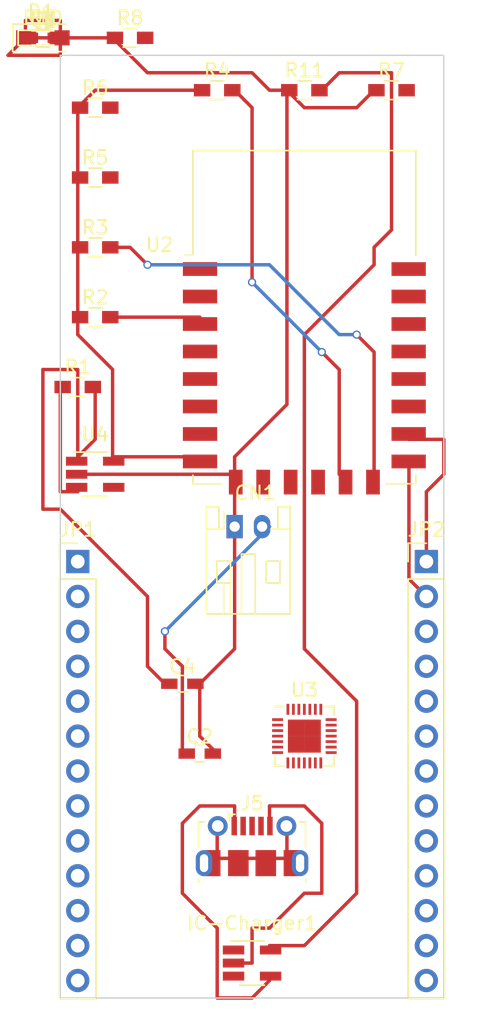
<source format=kicad_pcb>
(kicad_pcb (version 4) (host pcbnew 4.0.7)

  (general
    (links 76)
    (no_connects 35)
    (area 10.77 11.09 46.919524 85.955)
    (thickness 1.6)
    (drawings 4)
    (tracks 159)
    (zones 0)
    (modules 30)
    (nets 62)
  )

  (page A4)
  (layers
    (0 F.Cu signal)
    (31 B.Cu signal)
    (32 B.Adhes user)
    (33 F.Adhes user)
    (34 B.Paste user)
    (35 F.Paste user)
    (36 B.SilkS user)
    (37 F.SilkS user)
    (38 B.Mask user)
    (39 F.Mask user)
    (40 Dwgs.User user)
    (41 Cmts.User user)
    (42 Eco1.User user)
    (43 Eco2.User user)
    (44 Edge.Cuts user)
    (45 Margin user)
    (46 B.CrtYd user)
    (47 F.CrtYd user)
    (48 B.Fab user)
    (49 F.Fab user)
  )

  (setup
    (last_trace_width 0.25)
    (trace_clearance 0.2)
    (zone_clearance 0.508)
    (zone_45_only no)
    (trace_min 0.2)
    (segment_width 0.2)
    (edge_width 0.1)
    (via_size 0.6)
    (via_drill 0.4)
    (via_min_size 0.4)
    (via_min_drill 0.3)
    (uvia_size 0.3)
    (uvia_drill 0.1)
    (uvias_allowed no)
    (uvia_min_size 0.2)
    (uvia_min_drill 0.1)
    (pcb_text_width 0.3)
    (pcb_text_size 1.5 1.5)
    (mod_edge_width 0.15)
    (mod_text_size 1 1)
    (mod_text_width 0.15)
    (pad_size 1.5 1.5)
    (pad_drill 0.6)
    (pad_to_mask_clearance 0)
    (aux_axis_origin 0 0)
    (grid_origin 10.16 7.62)
    (visible_elements 7FFFFFFF)
    (pcbplotparams
      (layerselection 0x00030_80000001)
      (usegerberextensions false)
      (excludeedgelayer true)
      (linewidth 0.100000)
      (plotframeref false)
      (viasonmask false)
      (mode 1)
      (useauxorigin false)
      (hpglpennumber 1)
      (hpglpenspeed 20)
      (hpglpendiameter 15)
      (hpglpenoverlay 2)
      (psnegative false)
      (psa4output false)
      (plotreference true)
      (plotvalue true)
      (plotinvisibletext false)
      (padsonsilk false)
      (subtractmaskfromsilk false)
      (outputformat 1)
      (mirror false)
      (drillshape 1)
      (scaleselection 1)
      (outputdirectory ""))
  )

  (net 0 "")
  (net 1 GND)
  (net 2 "Net-(C1-Pad2)")
  (net 3 "Net-(C4-Pad1)")
  (net 4 "Net-(C5-Pad2)")
  (net 5 "Net-(C9-Pad1)")
  (net 6 "Net-(D2-Pad1)")
  (net 7 "Net-(D2-Pad2)")
  (net 8 "Net-(D3-Pad2)")
  (net 9 "Net-(IC-Charger1-Pad1)")
  (net 10 "Net-(IC-Charger1-Pad5)")
  (net 11 "Net-(J5-Pad6)")
  (net 12 "Net-(J5-Pad2)")
  (net 13 "Net-(J5-Pad4)")
  (net 14 "Net-(J5-Pad3)")
  (net 15 "Net-(JP1-Pad1)")
  (net 16 "Net-(JP1-Pad2)")
  (net 17 "Net-(JP1-Pad3)")
  (net 18 "Net-(JP1-Pad4)")
  (net 19 "Net-(JP1-Pad5)")
  (net 20 "Net-(JP1-Pad6)")
  (net 21 "Net-(JP1-Pad7)")
  (net 22 "Net-(JP1-Pad8)")
  (net 23 "Net-(JP1-Pad9)")
  (net 24 "Net-(JP1-Pad10)")
  (net 25 "Net-(JP1-Pad11)")
  (net 26 "Net-(JP1-Pad12)")
  (net 27 "Net-(JP1-Pad13)")
  (net 28 "Net-(JP2-Pad1)")
  (net 29 "Net-(JP2-Pad2)")
  (net 30 "Net-(JP2-Pad3)")
  (net 31 "Net-(JP2-Pad4)")
  (net 32 "Net-(JP2-Pad5)")
  (net 33 "Net-(JP2-Pad6)")
  (net 34 "Net-(JP2-Pad7)")
  (net 35 "Net-(JP2-Pad8)")
  (net 36 "Net-(JP2-Pad9)")
  (net 37 "Net-(JP2-Pad10)")
  (net 38 "Net-(JP2-Pad11)")
  (net 39 "Net-(JP2-Pad12)")
  (net 40 "Net-(JP2-Pad13)")
  (net 41 "Net-(R1-Pad1)")
  (net 42 "Net-(R2-Pad2)")
  (net 43 "Net-(R3-Pad2)")
  (net 44 "Net-(R4-Pad2)")
  (net 45 "Net-(R5-Pad2)")
  (net 46 "Net-(R6-Pad2)")
  (net 47 "Net-(R7-Pad2)")
  (net 48 "Net-(R8-Pad2)")
  (net 49 "Net-(R10-Pad1)")
  (net 50 "Net-(U2-Pad1)")
  (net 51 "Net-(U2-Pad2)")
  (net 52 "Net-(U2-Pad4)")
  (net 53 "Net-(U2-Pad5)")
  (net 54 "Net-(U2-Pad6)")
  (net 55 "Net-(U2-Pad7)")
  (net 56 "Net-(U2-Pad10)")
  (net 57 "Net-(U2-Pad11)")
  (net 58 "Net-(U2-Pad12)")
  (net 59 "Net-(U3-Pad17)")
  (net 60 "Net-(U4-Pad4)")
  (net 61 "Net-(C2-Pad1)")

  (net_class Default "This is the default net class."
    (clearance 0.2)
    (trace_width 0.25)
    (via_dia 0.6)
    (via_drill 0.4)
    (uvia_dia 0.3)
    (uvia_drill 0.1)
    (add_net GND)
    (add_net "Net-(C1-Pad2)")
    (add_net "Net-(C2-Pad1)")
    (add_net "Net-(C4-Pad1)")
    (add_net "Net-(C5-Pad2)")
    (add_net "Net-(C9-Pad1)")
    (add_net "Net-(D2-Pad1)")
    (add_net "Net-(D2-Pad2)")
    (add_net "Net-(D3-Pad2)")
    (add_net "Net-(IC-Charger1-Pad1)")
    (add_net "Net-(IC-Charger1-Pad5)")
    (add_net "Net-(J5-Pad2)")
    (add_net "Net-(J5-Pad3)")
    (add_net "Net-(J5-Pad4)")
    (add_net "Net-(J5-Pad6)")
    (add_net "Net-(JP1-Pad1)")
    (add_net "Net-(JP1-Pad10)")
    (add_net "Net-(JP1-Pad11)")
    (add_net "Net-(JP1-Pad12)")
    (add_net "Net-(JP1-Pad13)")
    (add_net "Net-(JP1-Pad2)")
    (add_net "Net-(JP1-Pad3)")
    (add_net "Net-(JP1-Pad4)")
    (add_net "Net-(JP1-Pad5)")
    (add_net "Net-(JP1-Pad6)")
    (add_net "Net-(JP1-Pad7)")
    (add_net "Net-(JP1-Pad8)")
    (add_net "Net-(JP1-Pad9)")
    (add_net "Net-(JP2-Pad1)")
    (add_net "Net-(JP2-Pad10)")
    (add_net "Net-(JP2-Pad11)")
    (add_net "Net-(JP2-Pad12)")
    (add_net "Net-(JP2-Pad13)")
    (add_net "Net-(JP2-Pad2)")
    (add_net "Net-(JP2-Pad3)")
    (add_net "Net-(JP2-Pad4)")
    (add_net "Net-(JP2-Pad5)")
    (add_net "Net-(JP2-Pad6)")
    (add_net "Net-(JP2-Pad7)")
    (add_net "Net-(JP2-Pad8)")
    (add_net "Net-(JP2-Pad9)")
    (add_net "Net-(R1-Pad1)")
    (add_net "Net-(R10-Pad1)")
    (add_net "Net-(R2-Pad2)")
    (add_net "Net-(R3-Pad2)")
    (add_net "Net-(R4-Pad2)")
    (add_net "Net-(R5-Pad2)")
    (add_net "Net-(R6-Pad2)")
    (add_net "Net-(R7-Pad2)")
    (add_net "Net-(R8-Pad2)")
    (add_net "Net-(U2-Pad1)")
    (add_net "Net-(U2-Pad10)")
    (add_net "Net-(U2-Pad11)")
    (add_net "Net-(U2-Pad12)")
    (add_net "Net-(U2-Pad2)")
    (add_net "Net-(U2-Pad4)")
    (add_net "Net-(U2-Pad5)")
    (add_net "Net-(U2-Pad6)")
    (add_net "Net-(U2-Pad7)")
    (add_net "Net-(U3-Pad17)")
    (add_net "Net-(U4-Pad4)")
  )

  (module Capacitors_SMD:C_0603_HandSoldering placed (layer F.Cu) (tedit 58AA848B) (tstamp 5A83D210)
    (at 13.97 13.97)
    (descr "Capacitor SMD 0603, hand soldering")
    (tags "capacitor 0603")
    (path /5A8256C4)
    (attr smd)
    (fp_text reference C1 (at 0 -1.25) (layer F.SilkS)
      (effects (font (size 1 1) (thickness 0.15)))
    )
    (fp_text value 10uF (at 0 1.5) (layer F.Fab)
      (effects (font (size 1 1) (thickness 0.15)))
    )
    (fp_text user %R (at 0 -1.25) (layer F.Fab)
      (effects (font (size 1 1) (thickness 0.15)))
    )
    (fp_line (start -0.8 0.4) (end -0.8 -0.4) (layer F.Fab) (width 0.1))
    (fp_line (start 0.8 0.4) (end -0.8 0.4) (layer F.Fab) (width 0.1))
    (fp_line (start 0.8 -0.4) (end 0.8 0.4) (layer F.Fab) (width 0.1))
    (fp_line (start -0.8 -0.4) (end 0.8 -0.4) (layer F.Fab) (width 0.1))
    (fp_line (start -0.35 -0.6) (end 0.35 -0.6) (layer F.SilkS) (width 0.12))
    (fp_line (start 0.35 0.6) (end -0.35 0.6) (layer F.SilkS) (width 0.12))
    (fp_line (start -1.8 -0.65) (end 1.8 -0.65) (layer F.CrtYd) (width 0.05))
    (fp_line (start -1.8 -0.65) (end -1.8 0.65) (layer F.CrtYd) (width 0.05))
    (fp_line (start 1.8 0.65) (end 1.8 -0.65) (layer F.CrtYd) (width 0.05))
    (fp_line (start 1.8 0.65) (end -1.8 0.65) (layer F.CrtYd) (width 0.05))
    (pad 1 smd rect (at -0.95 0) (size 1.2 0.75) (layers F.Cu F.Paste F.Mask)
      (net 1 GND))
    (pad 2 smd rect (at 0.95 0) (size 1.2 0.75) (layers F.Cu F.Paste F.Mask)
      (net 2 "Net-(C1-Pad2)"))
    (model Capacitors_SMD.3dshapes/C_0603.wrl
      (at (xyz 0 0 0))
      (scale (xyz 1 1 1))
      (rotate (xyz 0 0 0))
    )
  )

  (module Capacitors_SMD:C_0603_HandSoldering placed (layer F.Cu) (tedit 58AA848B) (tstamp 5A83D216)
    (at 25.4 66.04)
    (descr "Capacitor SMD 0603, hand soldering")
    (tags "capacitor 0603")
    (path /5A825874)
    (attr smd)
    (fp_text reference C2 (at 0 -1.25) (layer F.SilkS)
      (effects (font (size 1 1) (thickness 0.15)))
    )
    (fp_text value 10uF (at 0 1.5) (layer F.Fab)
      (effects (font (size 1 1) (thickness 0.15)))
    )
    (fp_text user %R (at 0 -1.25) (layer F.Fab)
      (effects (font (size 1 1) (thickness 0.15)))
    )
    (fp_line (start -0.8 0.4) (end -0.8 -0.4) (layer F.Fab) (width 0.1))
    (fp_line (start 0.8 0.4) (end -0.8 0.4) (layer F.Fab) (width 0.1))
    (fp_line (start 0.8 -0.4) (end 0.8 0.4) (layer F.Fab) (width 0.1))
    (fp_line (start -0.8 -0.4) (end 0.8 -0.4) (layer F.Fab) (width 0.1))
    (fp_line (start -0.35 -0.6) (end 0.35 -0.6) (layer F.SilkS) (width 0.12))
    (fp_line (start 0.35 0.6) (end -0.35 0.6) (layer F.SilkS) (width 0.12))
    (fp_line (start -1.8 -0.65) (end 1.8 -0.65) (layer F.CrtYd) (width 0.05))
    (fp_line (start -1.8 -0.65) (end -1.8 0.65) (layer F.CrtYd) (width 0.05))
    (fp_line (start 1.8 0.65) (end 1.8 -0.65) (layer F.CrtYd) (width 0.05))
    (fp_line (start 1.8 0.65) (end -1.8 0.65) (layer F.CrtYd) (width 0.05))
    (pad 1 smd rect (at -0.95 0) (size 1.2 0.75) (layers F.Cu F.Paste F.Mask)
      (net 61 "Net-(C2-Pad1)"))
    (pad 2 smd rect (at 0.95 0) (size 1.2 0.75) (layers F.Cu F.Paste F.Mask)
      (net 1 GND))
    (model Capacitors_SMD.3dshapes/C_0603.wrl
      (at (xyz 0 0 0))
      (scale (xyz 1 1 1))
      (rotate (xyz 0 0 0))
    )
  )

  (module Capacitors_SMD:C_0603_HandSoldering placed (layer F.Cu) (tedit 58AA848B) (tstamp 5A83D21C)
    (at 24.13 60.96)
    (descr "Capacitor SMD 0603, hand soldering")
    (tags "capacitor 0603")
    (path /5A82515F)
    (attr smd)
    (fp_text reference C4 (at 0 -1.25) (layer F.SilkS)
      (effects (font (size 1 1) (thickness 0.15)))
    )
    (fp_text value 10uF (at 0 1.5) (layer F.Fab)
      (effects (font (size 1 1) (thickness 0.15)))
    )
    (fp_text user %R (at 0 -1.25) (layer F.Fab)
      (effects (font (size 1 1) (thickness 0.15)))
    )
    (fp_line (start -0.8 0.4) (end -0.8 -0.4) (layer F.Fab) (width 0.1))
    (fp_line (start 0.8 0.4) (end -0.8 0.4) (layer F.Fab) (width 0.1))
    (fp_line (start 0.8 -0.4) (end 0.8 0.4) (layer F.Fab) (width 0.1))
    (fp_line (start -0.8 -0.4) (end 0.8 -0.4) (layer F.Fab) (width 0.1))
    (fp_line (start -0.35 -0.6) (end 0.35 -0.6) (layer F.SilkS) (width 0.12))
    (fp_line (start 0.35 0.6) (end -0.35 0.6) (layer F.SilkS) (width 0.12))
    (fp_line (start -1.8 -0.65) (end 1.8 -0.65) (layer F.CrtYd) (width 0.05))
    (fp_line (start -1.8 -0.65) (end -1.8 0.65) (layer F.CrtYd) (width 0.05))
    (fp_line (start 1.8 0.65) (end 1.8 -0.65) (layer F.CrtYd) (width 0.05))
    (fp_line (start 1.8 0.65) (end -1.8 0.65) (layer F.CrtYd) (width 0.05))
    (pad 1 smd rect (at -0.95 0) (size 1.2 0.75) (layers F.Cu F.Paste F.Mask)
      (net 3 "Net-(C4-Pad1)"))
    (pad 2 smd rect (at 0.95 0) (size 1.2 0.75) (layers F.Cu F.Paste F.Mask)
      (net 1 GND))
    (model Capacitors_SMD.3dshapes/C_0603.wrl
      (at (xyz 0 0 0))
      (scale (xyz 1 1 1))
      (rotate (xyz 0 0 0))
    )
  )

  (module Capacitors_SMD:C_0603_HandSoldering placed (layer F.Cu) (tedit 58AA848B) (tstamp 5A83D222)
    (at 13.97 13.97)
    (descr "Capacitor SMD 0603, hand soldering")
    (tags "capacitor 0603")
    (path /5A824EFC)
    (attr smd)
    (fp_text reference C5 (at 0 -1.25) (layer F.SilkS)
      (effects (font (size 1 1) (thickness 0.15)))
    )
    (fp_text value 10uF (at 0 1.5) (layer F.Fab)
      (effects (font (size 1 1) (thickness 0.15)))
    )
    (fp_text user %R (at 0 -1.25) (layer F.Fab)
      (effects (font (size 1 1) (thickness 0.15)))
    )
    (fp_line (start -0.8 0.4) (end -0.8 -0.4) (layer F.Fab) (width 0.1))
    (fp_line (start 0.8 0.4) (end -0.8 0.4) (layer F.Fab) (width 0.1))
    (fp_line (start 0.8 -0.4) (end 0.8 0.4) (layer F.Fab) (width 0.1))
    (fp_line (start -0.8 -0.4) (end 0.8 -0.4) (layer F.Fab) (width 0.1))
    (fp_line (start -0.35 -0.6) (end 0.35 -0.6) (layer F.SilkS) (width 0.12))
    (fp_line (start 0.35 0.6) (end -0.35 0.6) (layer F.SilkS) (width 0.12))
    (fp_line (start -1.8 -0.65) (end 1.8 -0.65) (layer F.CrtYd) (width 0.05))
    (fp_line (start -1.8 -0.65) (end -1.8 0.65) (layer F.CrtYd) (width 0.05))
    (fp_line (start 1.8 0.65) (end 1.8 -0.65) (layer F.CrtYd) (width 0.05))
    (fp_line (start 1.8 0.65) (end -1.8 0.65) (layer F.CrtYd) (width 0.05))
    (pad 1 smd rect (at -0.95 0) (size 1.2 0.75) (layers F.Cu F.Paste F.Mask)
      (net 1 GND))
    (pad 2 smd rect (at 0.95 0) (size 1.2 0.75) (layers F.Cu F.Paste F.Mask)
      (net 4 "Net-(C5-Pad2)"))
    (model Capacitors_SMD.3dshapes/C_0603.wrl
      (at (xyz 0 0 0))
      (scale (xyz 1 1 1))
      (rotate (xyz 0 0 0))
    )
  )

  (module Capacitors_SMD:C_0603_HandSoldering placed (layer F.Cu) (tedit 58AA848B) (tstamp 5A83D228)
    (at 13.97 13.97)
    (descr "Capacitor SMD 0603, hand soldering")
    (tags "capacitor 0603")
    (path /5A826602)
    (attr smd)
    (fp_text reference C6 (at 0 -1.25) (layer F.SilkS)
      (effects (font (size 1 1) (thickness 0.15)))
    )
    (fp_text value 10uF (at 0 1.5) (layer F.Fab)
      (effects (font (size 1 1) (thickness 0.15)))
    )
    (fp_text user %R (at 0 -1.25) (layer F.Fab)
      (effects (font (size 1 1) (thickness 0.15)))
    )
    (fp_line (start -0.8 0.4) (end -0.8 -0.4) (layer F.Fab) (width 0.1))
    (fp_line (start 0.8 0.4) (end -0.8 0.4) (layer F.Fab) (width 0.1))
    (fp_line (start 0.8 -0.4) (end 0.8 0.4) (layer F.Fab) (width 0.1))
    (fp_line (start -0.8 -0.4) (end 0.8 -0.4) (layer F.Fab) (width 0.1))
    (fp_line (start -0.35 -0.6) (end 0.35 -0.6) (layer F.SilkS) (width 0.12))
    (fp_line (start 0.35 0.6) (end -0.35 0.6) (layer F.SilkS) (width 0.12))
    (fp_line (start -1.8 -0.65) (end 1.8 -0.65) (layer F.CrtYd) (width 0.05))
    (fp_line (start -1.8 -0.65) (end -1.8 0.65) (layer F.CrtYd) (width 0.05))
    (fp_line (start 1.8 0.65) (end 1.8 -0.65) (layer F.CrtYd) (width 0.05))
    (fp_line (start 1.8 0.65) (end -1.8 0.65) (layer F.CrtYd) (width 0.05))
    (pad 1 smd rect (at -0.95 0) (size 1.2 0.75) (layers F.Cu F.Paste F.Mask)
      (net 4 "Net-(C5-Pad2)"))
    (pad 2 smd rect (at 0.95 0) (size 1.2 0.75) (layers F.Cu F.Paste F.Mask)
      (net 1 GND))
    (model Capacitors_SMD.3dshapes/C_0603.wrl
      (at (xyz 0 0 0))
      (scale (xyz 1 1 1))
      (rotate (xyz 0 0 0))
    )
  )

  (module Capacitors_SMD:C_0603_HandSoldering placed (layer F.Cu) (tedit 58AA848B) (tstamp 5A83D22E)
    (at 13.97 13.97)
    (descr "Capacitor SMD 0603, hand soldering")
    (tags "capacitor 0603")
    (path /5A82622F)
    (attr smd)
    (fp_text reference C7 (at 0 -1.25) (layer F.SilkS)
      (effects (font (size 1 1) (thickness 0.15)))
    )
    (fp_text value 10uF (at 0 1.5) (layer F.Fab)
      (effects (font (size 1 1) (thickness 0.15)))
    )
    (fp_text user %R (at 0 -1.25) (layer F.Fab)
      (effects (font (size 1 1) (thickness 0.15)))
    )
    (fp_line (start -0.8 0.4) (end -0.8 -0.4) (layer F.Fab) (width 0.1))
    (fp_line (start 0.8 0.4) (end -0.8 0.4) (layer F.Fab) (width 0.1))
    (fp_line (start 0.8 -0.4) (end 0.8 0.4) (layer F.Fab) (width 0.1))
    (fp_line (start -0.8 -0.4) (end 0.8 -0.4) (layer F.Fab) (width 0.1))
    (fp_line (start -0.35 -0.6) (end 0.35 -0.6) (layer F.SilkS) (width 0.12))
    (fp_line (start 0.35 0.6) (end -0.35 0.6) (layer F.SilkS) (width 0.12))
    (fp_line (start -1.8 -0.65) (end 1.8 -0.65) (layer F.CrtYd) (width 0.05))
    (fp_line (start -1.8 -0.65) (end -1.8 0.65) (layer F.CrtYd) (width 0.05))
    (fp_line (start 1.8 0.65) (end 1.8 -0.65) (layer F.CrtYd) (width 0.05))
    (fp_line (start 1.8 0.65) (end -1.8 0.65) (layer F.CrtYd) (width 0.05))
    (pad 1 smd rect (at -0.95 0) (size 1.2 0.75) (layers F.Cu F.Paste F.Mask)
      (net 4 "Net-(C5-Pad2)"))
    (pad 2 smd rect (at 0.95 0) (size 1.2 0.75) (layers F.Cu F.Paste F.Mask)
      (net 1 GND))
    (model Capacitors_SMD.3dshapes/C_0603.wrl
      (at (xyz 0 0 0))
      (scale (xyz 1 1 1))
      (rotate (xyz 0 0 0))
    )
  )

  (module Capacitors_SMD:C_0603_HandSoldering placed (layer F.Cu) (tedit 58AA848B) (tstamp 5A83D234)
    (at 13.97 13.97)
    (descr "Capacitor SMD 0603, hand soldering")
    (tags "capacitor 0603")
    (path /5A8262AF)
    (attr smd)
    (fp_text reference C8 (at 0 -1.25) (layer F.SilkS)
      (effects (font (size 1 1) (thickness 0.15)))
    )
    (fp_text value 0.1uF (at 0 1.5) (layer F.Fab)
      (effects (font (size 1 1) (thickness 0.15)))
    )
    (fp_text user %R (at 0 -1.25) (layer F.Fab)
      (effects (font (size 1 1) (thickness 0.15)))
    )
    (fp_line (start -0.8 0.4) (end -0.8 -0.4) (layer F.Fab) (width 0.1))
    (fp_line (start 0.8 0.4) (end -0.8 0.4) (layer F.Fab) (width 0.1))
    (fp_line (start 0.8 -0.4) (end 0.8 0.4) (layer F.Fab) (width 0.1))
    (fp_line (start -0.8 -0.4) (end 0.8 -0.4) (layer F.Fab) (width 0.1))
    (fp_line (start -0.35 -0.6) (end 0.35 -0.6) (layer F.SilkS) (width 0.12))
    (fp_line (start 0.35 0.6) (end -0.35 0.6) (layer F.SilkS) (width 0.12))
    (fp_line (start -1.8 -0.65) (end 1.8 -0.65) (layer F.CrtYd) (width 0.05))
    (fp_line (start -1.8 -0.65) (end -1.8 0.65) (layer F.CrtYd) (width 0.05))
    (fp_line (start 1.8 0.65) (end 1.8 -0.65) (layer F.CrtYd) (width 0.05))
    (fp_line (start 1.8 0.65) (end -1.8 0.65) (layer F.CrtYd) (width 0.05))
    (pad 1 smd rect (at -0.95 0) (size 1.2 0.75) (layers F.Cu F.Paste F.Mask)
      (net 4 "Net-(C5-Pad2)"))
    (pad 2 smd rect (at 0.95 0) (size 1.2 0.75) (layers F.Cu F.Paste F.Mask)
      (net 1 GND))
    (model Capacitors_SMD.3dshapes/C_0603.wrl
      (at (xyz 0 0 0))
      (scale (xyz 1 1 1))
      (rotate (xyz 0 0 0))
    )
  )

  (module Capacitors_SMD:C_0603_HandSoldering placed (layer F.Cu) (tedit 58AA848B) (tstamp 5A83D23A)
    (at 13.97 13.97)
    (descr "Capacitor SMD 0603, hand soldering")
    (tags "capacitor 0603")
    (path /5A826DA6)
    (attr smd)
    (fp_text reference C9 (at 0 -1.25) (layer F.SilkS)
      (effects (font (size 1 1) (thickness 0.15)))
    )
    (fp_text value 0.1uF (at 0 1.5) (layer F.Fab)
      (effects (font (size 1 1) (thickness 0.15)))
    )
    (fp_text user %R (at 0 -1.25) (layer F.Fab)
      (effects (font (size 1 1) (thickness 0.15)))
    )
    (fp_line (start -0.8 0.4) (end -0.8 -0.4) (layer F.Fab) (width 0.1))
    (fp_line (start 0.8 0.4) (end -0.8 0.4) (layer F.Fab) (width 0.1))
    (fp_line (start 0.8 -0.4) (end 0.8 0.4) (layer F.Fab) (width 0.1))
    (fp_line (start -0.8 -0.4) (end 0.8 -0.4) (layer F.Fab) (width 0.1))
    (fp_line (start -0.35 -0.6) (end 0.35 -0.6) (layer F.SilkS) (width 0.12))
    (fp_line (start 0.35 0.6) (end -0.35 0.6) (layer F.SilkS) (width 0.12))
    (fp_line (start -1.8 -0.65) (end 1.8 -0.65) (layer F.CrtYd) (width 0.05))
    (fp_line (start -1.8 -0.65) (end -1.8 0.65) (layer F.CrtYd) (width 0.05))
    (fp_line (start 1.8 0.65) (end 1.8 -0.65) (layer F.CrtYd) (width 0.05))
    (fp_line (start 1.8 0.65) (end -1.8 0.65) (layer F.CrtYd) (width 0.05))
    (pad 1 smd rect (at -0.95 0) (size 1.2 0.75) (layers F.Cu F.Paste F.Mask)
      (net 5 "Net-(C9-Pad1)"))
    (pad 2 smd rect (at 0.95 0) (size 1.2 0.75) (layers F.Cu F.Paste F.Mask)
      (net 1 GND))
    (model Capacitors_SMD.3dshapes/C_0603.wrl
      (at (xyz 0 0 0))
      (scale (xyz 1 1 1))
      (rotate (xyz 0 0 0))
    )
  )

  (module Connectors_JST:JST_PH_S2B-PH-K_02x2.00mm_Angled placed (layer F.Cu) (tedit 58D3FE32) (tstamp 5A83D269)
    (at 27.94 49.53)
    (descr "JST PH series connector, S2B-PH-K, side entry type, through hole, Datasheet: http://www.jst-mfg.com/product/pdf/eng/ePH.pdf")
    (tags "connector jst ph")
    (path /5A83CD05)
    (fp_text reference CN1 (at 1.5 -2.45) (layer F.SilkS)
      (effects (font (size 1 1) (thickness 0.15)))
    )
    (fp_text value JST_2PIN (at 1 7.25) (layer F.Fab)
      (effects (font (size 1 1) (thickness 0.15)))
    )
    (fp_line (start 0.5 6.35) (end 0.5 2) (layer F.SilkS) (width 0.12))
    (fp_line (start 0.5 2) (end 1.5 2) (layer F.SilkS) (width 0.12))
    (fp_line (start 1.5 2) (end 1.5 6.35) (layer F.SilkS) (width 0.12))
    (fp_line (start -0.8 0.15) (end -1.15 0.15) (layer F.SilkS) (width 0.12))
    (fp_line (start -1.15 0.15) (end -1.15 -1.45) (layer F.SilkS) (width 0.12))
    (fp_line (start -1.15 -1.45) (end -2.05 -1.45) (layer F.SilkS) (width 0.12))
    (fp_line (start -2.05 -1.45) (end -2.05 6.35) (layer F.SilkS) (width 0.12))
    (fp_line (start -2.05 6.35) (end 4.05 6.35) (layer F.SilkS) (width 0.12))
    (fp_line (start 4.05 6.35) (end 4.05 -1.45) (layer F.SilkS) (width 0.12))
    (fp_line (start 4.05 -1.45) (end 3.15 -1.45) (layer F.SilkS) (width 0.12))
    (fp_line (start 3.15 -1.45) (end 3.15 0.15) (layer F.SilkS) (width 0.12))
    (fp_line (start 3.15 0.15) (end 2.8 0.15) (layer F.SilkS) (width 0.12))
    (fp_line (start -2.05 0.15) (end -1.15 0.15) (layer F.SilkS) (width 0.12))
    (fp_line (start 4.05 0.15) (end 3.15 0.15) (layer F.SilkS) (width 0.12))
    (fp_line (start -1.3 2.5) (end -1.3 4.1) (layer F.SilkS) (width 0.12))
    (fp_line (start -1.3 4.1) (end -0.3 4.1) (layer F.SilkS) (width 0.12))
    (fp_line (start -0.3 4.1) (end -0.3 2.5) (layer F.SilkS) (width 0.12))
    (fp_line (start -0.3 2.5) (end -1.3 2.5) (layer F.SilkS) (width 0.12))
    (fp_line (start 3.3 2.5) (end 3.3 4.1) (layer F.SilkS) (width 0.12))
    (fp_line (start 3.3 4.1) (end 2.3 4.1) (layer F.SilkS) (width 0.12))
    (fp_line (start 2.3 4.1) (end 2.3 2.5) (layer F.SilkS) (width 0.12))
    (fp_line (start 2.3 2.5) (end 3.3 2.5) (layer F.SilkS) (width 0.12))
    (fp_line (start -0.3 4.1) (end -0.3 6.35) (layer F.SilkS) (width 0.12))
    (fp_line (start -0.8 4.1) (end -0.8 6.35) (layer F.SilkS) (width 0.12))
    (fp_line (start -2.45 -1.85) (end -2.45 6.75) (layer F.CrtYd) (width 0.05))
    (fp_line (start -2.45 6.75) (end 4.45 6.75) (layer F.CrtYd) (width 0.05))
    (fp_line (start 4.45 6.75) (end 4.45 -1.85) (layer F.CrtYd) (width 0.05))
    (fp_line (start 4.45 -1.85) (end -2.45 -1.85) (layer F.CrtYd) (width 0.05))
    (fp_line (start -1.25 0.25) (end -1.25 -1.35) (layer F.Fab) (width 0.1))
    (fp_line (start -1.25 -1.35) (end -1.95 -1.35) (layer F.Fab) (width 0.1))
    (fp_line (start -1.95 -1.35) (end -1.95 6.25) (layer F.Fab) (width 0.1))
    (fp_line (start -1.95 6.25) (end 3.95 6.25) (layer F.Fab) (width 0.1))
    (fp_line (start 3.95 6.25) (end 3.95 -1.35) (layer F.Fab) (width 0.1))
    (fp_line (start 3.95 -1.35) (end 3.25 -1.35) (layer F.Fab) (width 0.1))
    (fp_line (start 3.25 -1.35) (end 3.25 0.25) (layer F.Fab) (width 0.1))
    (fp_line (start 3.25 0.25) (end -1.25 0.25) (layer F.Fab) (width 0.1))
    (fp_line (start -0.8 0.15) (end -0.8 -1.05) (layer F.SilkS) (width 0.12))
    (fp_line (start 0 0.85) (end -0.5 1.35) (layer F.Fab) (width 0.1))
    (fp_line (start -0.5 1.35) (end 0.5 1.35) (layer F.Fab) (width 0.1))
    (fp_line (start 0.5 1.35) (end 0 0.85) (layer F.Fab) (width 0.1))
    (fp_text user %R (at 1 2.5) (layer F.Fab)
      (effects (font (size 1 1) (thickness 0.15)))
    )
    (pad 1 thru_hole rect (at 0 0) (size 1.2 1.7) (drill 0.75) (layers *.Cu *.Mask)
      (net 1 GND))
    (pad 2 thru_hole oval (at 2 0) (size 1.2 1.7) (drill 0.75) (layers *.Cu *.Mask)
      (net 61 "Net-(C2-Pad1)"))
    (model ${KISYS3DMOD}/Connectors_JST.3dshapes/JST_PH_S2B-PH-K_02x2.00mm_Angled.wrl
      (at (xyz 0 0 0))
      (scale (xyz 1 1 1))
      (rotate (xyz 0 0 0))
    )
  )

  (module Diodes_SMD:D_SOD-123F placed (layer F.Cu) (tedit 587F7769) (tstamp 5A83D26F)
    (at 13.97 13.97)
    (descr D_SOD-123F)
    (tags D_SOD-123F)
    (path /5A825039)
    (attr smd)
    (fp_text reference D1 (at -0.127 -1.905) (layer F.SilkS)
      (effects (font (size 1 1) (thickness 0.15)))
    )
    (fp_text value MBR120 (at 0 2.1) (layer F.Fab)
      (effects (font (size 1 1) (thickness 0.15)))
    )
    (fp_text user %R (at -0.127 -1.905) (layer F.Fab)
      (effects (font (size 1 1) (thickness 0.15)))
    )
    (fp_line (start -2.2 -1) (end -2.2 1) (layer F.SilkS) (width 0.12))
    (fp_line (start 0.25 0) (end 0.75 0) (layer F.Fab) (width 0.1))
    (fp_line (start 0.25 0.4) (end -0.35 0) (layer F.Fab) (width 0.1))
    (fp_line (start 0.25 -0.4) (end 0.25 0.4) (layer F.Fab) (width 0.1))
    (fp_line (start -0.35 0) (end 0.25 -0.4) (layer F.Fab) (width 0.1))
    (fp_line (start -0.35 0) (end -0.35 0.55) (layer F.Fab) (width 0.1))
    (fp_line (start -0.35 0) (end -0.35 -0.55) (layer F.Fab) (width 0.1))
    (fp_line (start -0.75 0) (end -0.35 0) (layer F.Fab) (width 0.1))
    (fp_line (start -1.4 0.9) (end -1.4 -0.9) (layer F.Fab) (width 0.1))
    (fp_line (start 1.4 0.9) (end -1.4 0.9) (layer F.Fab) (width 0.1))
    (fp_line (start 1.4 -0.9) (end 1.4 0.9) (layer F.Fab) (width 0.1))
    (fp_line (start -1.4 -0.9) (end 1.4 -0.9) (layer F.Fab) (width 0.1))
    (fp_line (start -2.2 -1.15) (end 2.2 -1.15) (layer F.CrtYd) (width 0.05))
    (fp_line (start 2.2 -1.15) (end 2.2 1.15) (layer F.CrtYd) (width 0.05))
    (fp_line (start 2.2 1.15) (end -2.2 1.15) (layer F.CrtYd) (width 0.05))
    (fp_line (start -2.2 -1.15) (end -2.2 1.15) (layer F.CrtYd) (width 0.05))
    (fp_line (start -2.2 1) (end 1.65 1) (layer F.SilkS) (width 0.12))
    (fp_line (start -2.2 -1) (end 1.65 -1) (layer F.SilkS) (width 0.12))
    (pad 1 smd rect (at -1.4 0) (size 1.1 1.1) (layers F.Cu F.Paste F.Mask))
    (pad 2 smd rect (at 1.4 0) (size 1.1 1.1) (layers F.Cu F.Paste F.Mask))
    (model ${KISYS3DMOD}/Diodes_SMD.3dshapes/D_SOD-123F.wrl
      (at (xyz 0 0 0))
      (scale (xyz 1 1 1))
      (rotate (xyz 0 0 0))
    )
  )

  (module LEDs:LED_0603_HandSoldering placed (layer F.Cu) (tedit 595FC9C0) (tstamp 5A83D284)
    (at 13.97 13.97)
    (descr "LED SMD 0603, hand soldering")
    (tags "LED 0603")
    (path /5A83C160)
    (attr smd)
    (fp_text reference D2 (at 0 -1.45) (layer F.SilkS)
      (effects (font (size 1 1) (thickness 0.15)))
    )
    (fp_text value RED (at 0 1.55) (layer F.Fab)
      (effects (font (size 1 1) (thickness 0.15)))
    )
    (fp_line (start -1.8 -0.55) (end -1.8 0.55) (layer F.SilkS) (width 0.12))
    (fp_line (start -0.2 -0.2) (end -0.2 0.2) (layer F.Fab) (width 0.1))
    (fp_line (start -0.15 0) (end 0.15 -0.2) (layer F.Fab) (width 0.1))
    (fp_line (start 0.15 0.2) (end -0.15 0) (layer F.Fab) (width 0.1))
    (fp_line (start 0.15 -0.2) (end 0.15 0.2) (layer F.Fab) (width 0.1))
    (fp_line (start 0.8 0.4) (end -0.8 0.4) (layer F.Fab) (width 0.1))
    (fp_line (start 0.8 -0.4) (end 0.8 0.4) (layer F.Fab) (width 0.1))
    (fp_line (start -0.8 -0.4) (end 0.8 -0.4) (layer F.Fab) (width 0.1))
    (fp_line (start -1.8 0.55) (end 0.8 0.55) (layer F.SilkS) (width 0.12))
    (fp_line (start -1.8 -0.55) (end 0.8 -0.55) (layer F.SilkS) (width 0.12))
    (fp_line (start -1.96 -0.7) (end 1.95 -0.7) (layer F.CrtYd) (width 0.05))
    (fp_line (start -1.96 -0.7) (end -1.96 0.7) (layer F.CrtYd) (width 0.05))
    (fp_line (start 1.95 0.7) (end 1.95 -0.7) (layer F.CrtYd) (width 0.05))
    (fp_line (start 1.95 0.7) (end -1.96 0.7) (layer F.CrtYd) (width 0.05))
    (fp_line (start -0.8 -0.4) (end -0.8 0.4) (layer F.Fab) (width 0.1))
    (pad 1 smd rect (at -1.1 0) (size 1.2 0.9) (layers F.Cu F.Paste F.Mask)
      (net 6 "Net-(D2-Pad1)"))
    (pad 2 smd rect (at 1.1 0) (size 1.2 0.9) (layers F.Cu F.Paste F.Mask)
      (net 7 "Net-(D2-Pad2)"))
    (model ${KISYS3DMOD}/LEDs.3dshapes/LED_0603.wrl
      (at (xyz 0 0 0))
      (scale (xyz 1 1 1))
      (rotate (xyz 0 0 180))
    )
  )

  (module LEDs:LED_0603_HandSoldering placed (layer F.Cu) (tedit 595FC9C0) (tstamp 5A83D299)
    (at 13.97 13.97)
    (descr "LED SMD 0603, hand soldering")
    (tags "LED 0603")
    (path /5A83C0D3)
    (attr smd)
    (fp_text reference D3 (at 0 -1.45) (layer F.SilkS)
      (effects (font (size 1 1) (thickness 0.15)))
    )
    (fp_text value GREEN (at 0 1.55) (layer F.Fab)
      (effects (font (size 1 1) (thickness 0.15)))
    )
    (fp_line (start -1.8 -0.55) (end -1.8 0.55) (layer F.SilkS) (width 0.12))
    (fp_line (start -0.2 -0.2) (end -0.2 0.2) (layer F.Fab) (width 0.1))
    (fp_line (start -0.15 0) (end 0.15 -0.2) (layer F.Fab) (width 0.1))
    (fp_line (start 0.15 0.2) (end -0.15 0) (layer F.Fab) (width 0.1))
    (fp_line (start 0.15 -0.2) (end 0.15 0.2) (layer F.Fab) (width 0.1))
    (fp_line (start 0.8 0.4) (end -0.8 0.4) (layer F.Fab) (width 0.1))
    (fp_line (start 0.8 -0.4) (end 0.8 0.4) (layer F.Fab) (width 0.1))
    (fp_line (start -0.8 -0.4) (end 0.8 -0.4) (layer F.Fab) (width 0.1))
    (fp_line (start -1.8 0.55) (end 0.8 0.55) (layer F.SilkS) (width 0.12))
    (fp_line (start -1.8 -0.55) (end 0.8 -0.55) (layer F.SilkS) (width 0.12))
    (fp_line (start -1.96 -0.7) (end 1.95 -0.7) (layer F.CrtYd) (width 0.05))
    (fp_line (start -1.96 -0.7) (end -1.96 0.7) (layer F.CrtYd) (width 0.05))
    (fp_line (start 1.95 0.7) (end 1.95 -0.7) (layer F.CrtYd) (width 0.05))
    (fp_line (start 1.95 0.7) (end -1.96 0.7) (layer F.CrtYd) (width 0.05))
    (fp_line (start -0.8 -0.4) (end -0.8 0.4) (layer F.Fab) (width 0.1))
    (pad 1 smd rect (at -1.1 0) (size 1.2 0.9) (layers F.Cu F.Paste F.Mask)
      (net 1 GND))
    (pad 2 smd rect (at 1.1 0) (size 1.2 0.9) (layers F.Cu F.Paste F.Mask)
      (net 8 "Net-(D3-Pad2)"))
    (model ${KISYS3DMOD}/LEDs.3dshapes/LED_0603.wrl
      (at (xyz 0 0 0))
      (scale (xyz 1 1 1))
      (rotate (xyz 0 0 180))
    )
  )

  (module TO_SOT_Packages_SMD:SOT-23-5_HandSoldering placed (layer F.Cu) (tedit 58CE4E7E) (tstamp 5A83D2AE)
    (at 29.21 81.28)
    (descr "5-pin SOT23 package")
    (tags "SOT-23-5 hand-soldering")
    (path /5A826527)
    (attr smd)
    (fp_text reference IC-Charger1 (at 0 -2.9) (layer F.SilkS)
      (effects (font (size 1 1) (thickness 0.15)))
    )
    (fp_text value MCP73831_SOT23-5 (at 0 2.9) (layer F.Fab)
      (effects (font (size 1 1) (thickness 0.15)))
    )
    (fp_text user %R (at 0 0 90) (layer F.Fab)
      (effects (font (size 0.5 0.5) (thickness 0.075)))
    )
    (fp_line (start -0.9 1.61) (end 0.9 1.61) (layer F.SilkS) (width 0.12))
    (fp_line (start 0.9 -1.61) (end -1.55 -1.61) (layer F.SilkS) (width 0.12))
    (fp_line (start -0.9 -0.9) (end -0.25 -1.55) (layer F.Fab) (width 0.1))
    (fp_line (start 0.9 -1.55) (end -0.25 -1.55) (layer F.Fab) (width 0.1))
    (fp_line (start -0.9 -0.9) (end -0.9 1.55) (layer F.Fab) (width 0.1))
    (fp_line (start 0.9 1.55) (end -0.9 1.55) (layer F.Fab) (width 0.1))
    (fp_line (start 0.9 -1.55) (end 0.9 1.55) (layer F.Fab) (width 0.1))
    (fp_line (start -2.38 -1.8) (end 2.38 -1.8) (layer F.CrtYd) (width 0.05))
    (fp_line (start -2.38 -1.8) (end -2.38 1.8) (layer F.CrtYd) (width 0.05))
    (fp_line (start 2.38 1.8) (end 2.38 -1.8) (layer F.CrtYd) (width 0.05))
    (fp_line (start 2.38 1.8) (end -2.38 1.8) (layer F.CrtYd) (width 0.05))
    (pad 1 smd rect (at -1.35 -0.95) (size 1.56 0.65) (layers F.Cu F.Paste F.Mask)
      (net 9 "Net-(IC-Charger1-Pad1)"))
    (pad 2 smd rect (at -1.35 0) (size 1.56 0.65) (layers F.Cu F.Paste F.Mask)
      (net 1 GND))
    (pad 3 smd rect (at -1.35 0.95) (size 1.56 0.65) (layers F.Cu F.Paste F.Mask)
      (net 61 "Net-(C2-Pad1)"))
    (pad 4 smd rect (at 1.35 0.95) (size 1.56 0.65) (layers F.Cu F.Paste F.Mask)
      (net 7 "Net-(D2-Pad2)"))
    (pad 5 smd rect (at 1.35 -0.95) (size 1.56 0.65) (layers F.Cu F.Paste F.Mask)
      (net 10 "Net-(IC-Charger1-Pad5)"))
    (model ${KISYS3DMOD}/TO_SOT_Packages_SMD.3dshapes\SOT-23-5.wrl
      (at (xyz 0 0 0))
      (scale (xyz 1 1 1))
      (rotate (xyz 0 0 0))
    )
  )

  (module Connectors_USB:USB_Micro-B_Molex-105017-0001 placed (layer F.Cu) (tedit 598B308E) (tstamp 5A83D2BF)
    (at 29.21 73.66)
    (descr http://www.molex.com/pdm_docs/sd/1050170001_sd.pdf)
    (tags "Micro-USB SMD Typ-B")
    (path /5A83CF02)
    (attr smd)
    (fp_text reference J5 (at 0 -4) (layer F.SilkS)
      (effects (font (size 1 1) (thickness 0.15)))
    )
    (fp_text value USB_OTG (at 0.3 3.45) (layer F.Fab)
      (effects (font (size 1 1) (thickness 0.15)))
    )
    (fp_line (start -4.4 2.75) (end 4.4 2.75) (layer F.CrtYd) (width 0.05))
    (fp_line (start 4.4 -3.35) (end 4.4 2.75) (layer F.CrtYd) (width 0.05))
    (fp_line (start -4.4 -3.35) (end 4.4 -3.35) (layer F.CrtYd) (width 0.05))
    (fp_line (start -4.4 2.75) (end -4.4 -3.35) (layer F.CrtYd) (width 0.05))
    (fp_text user "PCB Edge" (at 0 1.8) (layer Dwgs.User)
      (effects (font (size 0.5 0.5) (thickness 0.08)))
    )
    (fp_line (start -3.9 -2.65) (end -3.45 -2.65) (layer F.SilkS) (width 0.12))
    (fp_line (start -3.9 -0.8) (end -3.9 -2.65) (layer F.SilkS) (width 0.12))
    (fp_line (start 3.9 1.75) (end 3.9 1.5) (layer F.SilkS) (width 0.12))
    (fp_line (start 3.75 2.5) (end 3.75 -2.5) (layer F.Fab) (width 0.1))
    (fp_line (start -3 1.801704) (end 3 1.801704) (layer F.Fab) (width 0.1))
    (fp_line (start -3.75 2.501704) (end 3.75 2.501704) (layer F.Fab) (width 0.1))
    (fp_line (start -3.75 -2.5) (end 3.75 -2.5) (layer F.Fab) (width 0.1))
    (fp_line (start -3.75 2.5) (end -3.75 -2.5) (layer F.Fab) (width 0.1))
    (fp_line (start -3.9 1.75) (end -3.9 1.5) (layer F.SilkS) (width 0.12))
    (fp_line (start 3.9 -0.8) (end 3.9 -2.65) (layer F.SilkS) (width 0.12))
    (fp_line (start 3.9 -2.65) (end 3.45 -2.65) (layer F.SilkS) (width 0.12))
    (fp_text user %R (at 0 0) (layer F.Fab)
      (effects (font (size 1 1) (thickness 0.15)))
    )
    (fp_line (start -1.7 -3.2) (end -1.25 -3.2) (layer F.SilkS) (width 0.12))
    (fp_line (start -1.7 -3.2) (end -1.7 -2.75) (layer F.SilkS) (width 0.12))
    (fp_line (start -1.3 -2.6) (end -1.5 -2.8) (layer F.Fab) (width 0.1))
    (fp_line (start -1.1 -2.8) (end -1.3 -2.6) (layer F.Fab) (width 0.1))
    (fp_line (start -1.5 -3.01) (end -1.1 -3.01) (layer F.Fab) (width 0.1))
    (fp_line (start -1.5 -3.01) (end -1.5 -2.8) (layer F.Fab) (width 0.1))
    (fp_line (start -1.1 -3.01) (end -1.1 -2.8) (layer F.Fab) (width 0.1))
    (pad 6 smd rect (at 1 0.35) (size 1.5 1.9) (layers F.Cu F.Paste F.Mask)
      (net 11 "Net-(J5-Pad6)"))
    (pad 6 thru_hole circle (at -2.5 -2.35) (size 1.45 1.45) (drill 0.85) (layers *.Cu *.Mask)
      (net 11 "Net-(J5-Pad6)"))
    (pad 2 smd rect (at -0.65 -2.35) (size 0.4 1.35) (layers F.Cu F.Paste F.Mask)
      (net 12 "Net-(J5-Pad2)"))
    (pad 1 smd rect (at -1.3 -2.35) (size 0.4 1.35) (layers F.Cu F.Paste F.Mask)
      (net 7 "Net-(D2-Pad2)"))
    (pad 5 smd rect (at 1.3 -2.35) (size 0.4 1.35) (layers F.Cu F.Paste F.Mask)
      (net 1 GND))
    (pad 4 smd rect (at 0.65 -2.35) (size 0.4 1.35) (layers F.Cu F.Paste F.Mask)
      (net 13 "Net-(J5-Pad4)"))
    (pad 3 smd rect (at 0 -2.35) (size 0.4 1.35) (layers F.Cu F.Paste F.Mask)
      (net 14 "Net-(J5-Pad3)"))
    (pad 6 thru_hole circle (at 2.5 -2.35) (size 1.45 1.45) (drill 0.85) (layers *.Cu *.Mask)
      (net 11 "Net-(J5-Pad6)"))
    (pad 6 smd rect (at -1 0.35) (size 1.5 1.9) (layers F.Cu F.Paste F.Mask)
      (net 11 "Net-(J5-Pad6)"))
    (pad 6 thru_hole oval (at -3.5 0.35 180) (size 1.2 1.9) (drill oval 0.6 1.3) (layers *.Cu *.Mask)
      (net 11 "Net-(J5-Pad6)"))
    (pad 6 thru_hole oval (at 3.5 0.35) (size 1.2 1.9) (drill oval 0.6 1.3) (layers *.Cu *.Mask)
      (net 11 "Net-(J5-Pad6)"))
    (pad 6 smd rect (at 2.9 0.35) (size 1.2 1.9) (layers F.Cu F.Mask)
      (net 11 "Net-(J5-Pad6)"))
    (pad 6 smd rect (at -2.9 0.35) (size 1.2 1.9) (layers F.Cu F.Mask)
      (net 11 "Net-(J5-Pad6)"))
    (model ${KISYS3DMOD}/Connectors_USB.3dshapes/USB_Micro-B_Molex-105017-0001.wrl
      (at (xyz 0 0 0))
      (scale (xyz 1 1 1))
      (rotate (xyz 0 0 0))
    )
  )

  (module Pin_Headers:Pin_Header_Straight_1x13_Pitch2.54mm locked (layer F.Cu) (tedit 59650532) (tstamp 5A83D2E0)
    (at 16.51 52.07)
    (descr "Through hole straight pin header, 1x13, 2.54mm pitch, single row")
    (tags "Through hole pin header THT 1x13 2.54mm single row")
    (path /5A83FCA9)
    (fp_text reference JP1 (at 0 -2.33) (layer F.SilkS)
      (effects (font (size 1 1) (thickness 0.15)))
    )
    (fp_text value PINHD-1X13 (at 0 32.81) (layer F.Fab)
      (effects (font (size 1 1) (thickness 0.15)))
    )
    (fp_line (start -0.635 -1.27) (end 1.27 -1.27) (layer F.Fab) (width 0.1))
    (fp_line (start 1.27 -1.27) (end 1.27 31.75) (layer F.Fab) (width 0.1))
    (fp_line (start 1.27 31.75) (end -1.27 31.75) (layer F.Fab) (width 0.1))
    (fp_line (start -1.27 31.75) (end -1.27 -0.635) (layer F.Fab) (width 0.1))
    (fp_line (start -1.27 -0.635) (end -0.635 -1.27) (layer F.Fab) (width 0.1))
    (fp_line (start -1.33 31.81) (end 1.33 31.81) (layer F.SilkS) (width 0.12))
    (fp_line (start -1.33 1.27) (end -1.33 31.81) (layer F.SilkS) (width 0.12))
    (fp_line (start 1.33 1.27) (end 1.33 31.81) (layer F.SilkS) (width 0.12))
    (fp_line (start -1.33 1.27) (end 1.33 1.27) (layer F.SilkS) (width 0.12))
    (fp_line (start -1.33 0) (end -1.33 -1.33) (layer F.SilkS) (width 0.12))
    (fp_line (start -1.33 -1.33) (end 0 -1.33) (layer F.SilkS) (width 0.12))
    (fp_line (start -1.8 -1.8) (end -1.8 32.25) (layer F.CrtYd) (width 0.05))
    (fp_line (start -1.8 32.25) (end 1.8 32.25) (layer F.CrtYd) (width 0.05))
    (fp_line (start 1.8 32.25) (end 1.8 -1.8) (layer F.CrtYd) (width 0.05))
    (fp_line (start 1.8 -1.8) (end -1.8 -1.8) (layer F.CrtYd) (width 0.05))
    (fp_text user %R (at 0 15.24 90) (layer F.Fab)
      (effects (font (size 1 1) (thickness 0.15)))
    )
    (pad 1 thru_hole rect (at 0 0) (size 1.7 1.7) (drill 1) (layers *.Cu *.Mask)
      (net 15 "Net-(JP1-Pad1)"))
    (pad 2 thru_hole oval (at 0 2.54) (size 1.7 1.7) (drill 1) (layers *.Cu *.Mask)
      (net 16 "Net-(JP1-Pad2)"))
    (pad 3 thru_hole oval (at 0 5.08) (size 1.7 1.7) (drill 1) (layers *.Cu *.Mask)
      (net 17 "Net-(JP1-Pad3)"))
    (pad 4 thru_hole oval (at 0 7.62) (size 1.7 1.7) (drill 1) (layers *.Cu *.Mask)
      (net 18 "Net-(JP1-Pad4)"))
    (pad 5 thru_hole oval (at 0 10.16) (size 1.7 1.7) (drill 1) (layers *.Cu *.Mask)
      (net 19 "Net-(JP1-Pad5)"))
    (pad 6 thru_hole oval (at 0 12.7) (size 1.7 1.7) (drill 1) (layers *.Cu *.Mask)
      (net 20 "Net-(JP1-Pad6)"))
    (pad 7 thru_hole oval (at 0 15.24) (size 1.7 1.7) (drill 1) (layers *.Cu *.Mask)
      (net 21 "Net-(JP1-Pad7)"))
    (pad 8 thru_hole oval (at 0 17.78) (size 1.7 1.7) (drill 1) (layers *.Cu *.Mask)
      (net 22 "Net-(JP1-Pad8)"))
    (pad 9 thru_hole oval (at 0 20.32) (size 1.7 1.7) (drill 1) (layers *.Cu *.Mask)
      (net 23 "Net-(JP1-Pad9)"))
    (pad 10 thru_hole oval (at 0 22.86) (size 1.7 1.7) (drill 1) (layers *.Cu *.Mask)
      (net 24 "Net-(JP1-Pad10)"))
    (pad 11 thru_hole oval (at 0 25.4) (size 1.7 1.7) (drill 1) (layers *.Cu *.Mask)
      (net 25 "Net-(JP1-Pad11)"))
    (pad 12 thru_hole oval (at 0 27.94) (size 1.7 1.7) (drill 1) (layers *.Cu *.Mask)
      (net 26 "Net-(JP1-Pad12)"))
    (pad 13 thru_hole oval (at 0 30.48) (size 1.7 1.7) (drill 1) (layers *.Cu *.Mask)
      (net 27 "Net-(JP1-Pad13)"))
    (model ${KISYS3DMOD}/Pin_Headers.3dshapes/Pin_Header_Straight_1x13_Pitch2.54mm.wrl
      (at (xyz 0 0 0))
      (scale (xyz 1 1 1))
      (rotate (xyz 0 0 0))
    )
  )

  (module Pin_Headers:Pin_Header_Straight_1x13_Pitch2.54mm locked (layer F.Cu) (tedit 59650532) (tstamp 5A83D301)
    (at 41.91 52.07)
    (descr "Through hole straight pin header, 1x13, 2.54mm pitch, single row")
    (tags "Through hole pin header THT 1x13 2.54mm single row")
    (path /5A83FD35)
    (fp_text reference JP2 (at 0 -2.33) (layer F.SilkS)
      (effects (font (size 1 1) (thickness 0.15)))
    )
    (fp_text value PINHD-1X13 (at 0 32.81) (layer F.Fab)
      (effects (font (size 1 1) (thickness 0.15)))
    )
    (fp_line (start -0.635 -1.27) (end 1.27 -1.27) (layer F.Fab) (width 0.1))
    (fp_line (start 1.27 -1.27) (end 1.27 31.75) (layer F.Fab) (width 0.1))
    (fp_line (start 1.27 31.75) (end -1.27 31.75) (layer F.Fab) (width 0.1))
    (fp_line (start -1.27 31.75) (end -1.27 -0.635) (layer F.Fab) (width 0.1))
    (fp_line (start -1.27 -0.635) (end -0.635 -1.27) (layer F.Fab) (width 0.1))
    (fp_line (start -1.33 31.81) (end 1.33 31.81) (layer F.SilkS) (width 0.12))
    (fp_line (start -1.33 1.27) (end -1.33 31.81) (layer F.SilkS) (width 0.12))
    (fp_line (start 1.33 1.27) (end 1.33 31.81) (layer F.SilkS) (width 0.12))
    (fp_line (start -1.33 1.27) (end 1.33 1.27) (layer F.SilkS) (width 0.12))
    (fp_line (start -1.33 0) (end -1.33 -1.33) (layer F.SilkS) (width 0.12))
    (fp_line (start -1.33 -1.33) (end 0 -1.33) (layer F.SilkS) (width 0.12))
    (fp_line (start -1.8 -1.8) (end -1.8 32.25) (layer F.CrtYd) (width 0.05))
    (fp_line (start -1.8 32.25) (end 1.8 32.25) (layer F.CrtYd) (width 0.05))
    (fp_line (start 1.8 32.25) (end 1.8 -1.8) (layer F.CrtYd) (width 0.05))
    (fp_line (start 1.8 -1.8) (end -1.8 -1.8) (layer F.CrtYd) (width 0.05))
    (fp_text user %R (at 0 15.24 90) (layer F.Fab)
      (effects (font (size 1 1) (thickness 0.15)))
    )
    (pad 1 thru_hole rect (at 0 0) (size 1.7 1.7) (drill 1) (layers *.Cu *.Mask)
      (net 28 "Net-(JP2-Pad1)"))
    (pad 2 thru_hole oval (at 0 2.54) (size 1.7 1.7) (drill 1) (layers *.Cu *.Mask)
      (net 29 "Net-(JP2-Pad2)"))
    (pad 3 thru_hole oval (at 0 5.08) (size 1.7 1.7) (drill 1) (layers *.Cu *.Mask)
      (net 30 "Net-(JP2-Pad3)"))
    (pad 4 thru_hole oval (at 0 7.62) (size 1.7 1.7) (drill 1) (layers *.Cu *.Mask)
      (net 31 "Net-(JP2-Pad4)"))
    (pad 5 thru_hole oval (at 0 10.16) (size 1.7 1.7) (drill 1) (layers *.Cu *.Mask)
      (net 32 "Net-(JP2-Pad5)"))
    (pad 6 thru_hole oval (at 0 12.7) (size 1.7 1.7) (drill 1) (layers *.Cu *.Mask)
      (net 33 "Net-(JP2-Pad6)"))
    (pad 7 thru_hole oval (at 0 15.24) (size 1.7 1.7) (drill 1) (layers *.Cu *.Mask)
      (net 34 "Net-(JP2-Pad7)"))
    (pad 8 thru_hole oval (at 0 17.78) (size 1.7 1.7) (drill 1) (layers *.Cu *.Mask)
      (net 35 "Net-(JP2-Pad8)"))
    (pad 9 thru_hole oval (at 0 20.32) (size 1.7 1.7) (drill 1) (layers *.Cu *.Mask)
      (net 36 "Net-(JP2-Pad9)"))
    (pad 10 thru_hole oval (at 0 22.86) (size 1.7 1.7) (drill 1) (layers *.Cu *.Mask)
      (net 37 "Net-(JP2-Pad10)"))
    (pad 11 thru_hole oval (at 0 25.4) (size 1.7 1.7) (drill 1) (layers *.Cu *.Mask)
      (net 38 "Net-(JP2-Pad11)"))
    (pad 12 thru_hole oval (at 0 27.94) (size 1.7 1.7) (drill 1) (layers *.Cu *.Mask)
      (net 39 "Net-(JP2-Pad12)"))
    (pad 13 thru_hole oval (at 0 30.48) (size 1.7 1.7) (drill 1) (layers *.Cu *.Mask)
      (net 40 "Net-(JP2-Pad13)"))
    (model ${KISYS3DMOD}/Pin_Headers.3dshapes/Pin_Header_Straight_1x13_Pitch2.54mm.wrl
      (at (xyz 0 0 0))
      (scale (xyz 1 1 1))
      (rotate (xyz 0 0 0))
    )
  )

  (module Resistors_SMD:R_0603_HandSoldering placed (layer F.Cu) (tedit 58E0A804) (tstamp 5A83D312)
    (at 16.51 39.37)
    (descr "Resistor SMD 0603, hand soldering")
    (tags "resistor 0603")
    (path /5A8251EE)
    (attr smd)
    (fp_text reference R1 (at 0 -1.45) (layer F.SilkS)
      (effects (font (size 1 1) (thickness 0.15)))
    )
    (fp_text value 10k (at 0 1.55) (layer F.Fab)
      (effects (font (size 1 1) (thickness 0.15)))
    )
    (fp_text user %R (at 0 0) (layer F.Fab)
      (effects (font (size 0.4 0.4) (thickness 0.075)))
    )
    (fp_line (start -0.8 0.4) (end -0.8 -0.4) (layer F.Fab) (width 0.1))
    (fp_line (start 0.8 0.4) (end -0.8 0.4) (layer F.Fab) (width 0.1))
    (fp_line (start 0.8 -0.4) (end 0.8 0.4) (layer F.Fab) (width 0.1))
    (fp_line (start -0.8 -0.4) (end 0.8 -0.4) (layer F.Fab) (width 0.1))
    (fp_line (start 0.5 0.68) (end -0.5 0.68) (layer F.SilkS) (width 0.12))
    (fp_line (start -0.5 -0.68) (end 0.5 -0.68) (layer F.SilkS) (width 0.12))
    (fp_line (start -1.96 -0.7) (end 1.95 -0.7) (layer F.CrtYd) (width 0.05))
    (fp_line (start -1.96 -0.7) (end -1.96 0.7) (layer F.CrtYd) (width 0.05))
    (fp_line (start 1.95 0.7) (end 1.95 -0.7) (layer F.CrtYd) (width 0.05))
    (fp_line (start 1.95 0.7) (end -1.96 0.7) (layer F.CrtYd) (width 0.05))
    (pad 1 smd rect (at -1.1 0) (size 1.2 0.9) (layers F.Cu F.Paste F.Mask)
      (net 41 "Net-(R1-Pad1)"))
    (pad 2 smd rect (at 1.1 0) (size 1.2 0.9) (layers F.Cu F.Paste F.Mask)
      (net 3 "Net-(C4-Pad1)"))
    (model ${KISYS3DMOD}/Resistors_SMD.3dshapes/R_0603.wrl
      (at (xyz 0 0 0))
      (scale (xyz 1 1 1))
      (rotate (xyz 0 0 0))
    )
  )

  (module Resistors_SMD:R_0603_HandSoldering placed (layer F.Cu) (tedit 58E0A804) (tstamp 5A83D323)
    (at 17.78 34.29)
    (descr "Resistor SMD 0603, hand soldering")
    (tags "resistor 0603")
    (path /5A811031)
    (attr smd)
    (fp_text reference R2 (at 0 -1.45) (layer F.SilkS)
      (effects (font (size 1 1) (thickness 0.15)))
    )
    (fp_text value 10k (at 0 1.55) (layer F.Fab)
      (effects (font (size 1 1) (thickness 0.15)))
    )
    (fp_text user %R (at 0 0) (layer F.Fab)
      (effects (font (size 0.4 0.4) (thickness 0.075)))
    )
    (fp_line (start -0.8 0.4) (end -0.8 -0.4) (layer F.Fab) (width 0.1))
    (fp_line (start 0.8 0.4) (end -0.8 0.4) (layer F.Fab) (width 0.1))
    (fp_line (start 0.8 -0.4) (end 0.8 0.4) (layer F.Fab) (width 0.1))
    (fp_line (start -0.8 -0.4) (end 0.8 -0.4) (layer F.Fab) (width 0.1))
    (fp_line (start 0.5 0.68) (end -0.5 0.68) (layer F.SilkS) (width 0.12))
    (fp_line (start -0.5 -0.68) (end 0.5 -0.68) (layer F.SilkS) (width 0.12))
    (fp_line (start -1.96 -0.7) (end 1.95 -0.7) (layer F.CrtYd) (width 0.05))
    (fp_line (start -1.96 -0.7) (end -1.96 0.7) (layer F.CrtYd) (width 0.05))
    (fp_line (start 1.95 0.7) (end 1.95 -0.7) (layer F.CrtYd) (width 0.05))
    (fp_line (start 1.95 0.7) (end -1.96 0.7) (layer F.CrtYd) (width 0.05))
    (pad 1 smd rect (at -1.1 0) (size 1.2 0.9) (layers F.Cu F.Paste F.Mask)
      (net 4 "Net-(C5-Pad2)"))
    (pad 2 smd rect (at 1.1 0) (size 1.2 0.9) (layers F.Cu F.Paste F.Mask)
      (net 42 "Net-(R2-Pad2)"))
    (model ${KISYS3DMOD}/Resistors_SMD.3dshapes/R_0603.wrl
      (at (xyz 0 0 0))
      (scale (xyz 1 1 1))
      (rotate (xyz 0 0 0))
    )
  )

  (module Resistors_SMD:R_0603_HandSoldering placed (layer F.Cu) (tedit 58E0A804) (tstamp 5A83D334)
    (at 17.78 29.21)
    (descr "Resistor SMD 0603, hand soldering")
    (tags "resistor 0603")
    (path /5A8267B7)
    (attr smd)
    (fp_text reference R3 (at 0 -1.45) (layer F.SilkS)
      (effects (font (size 1 1) (thickness 0.15)))
    )
    (fp_text value 20k (at 0 1.55) (layer F.Fab)
      (effects (font (size 1 1) (thickness 0.15)))
    )
    (fp_text user %R (at 0 0) (layer F.Fab)
      (effects (font (size 0.4 0.4) (thickness 0.075)))
    )
    (fp_line (start -0.8 0.4) (end -0.8 -0.4) (layer F.Fab) (width 0.1))
    (fp_line (start 0.8 0.4) (end -0.8 0.4) (layer F.Fab) (width 0.1))
    (fp_line (start 0.8 -0.4) (end 0.8 0.4) (layer F.Fab) (width 0.1))
    (fp_line (start -0.8 -0.4) (end 0.8 -0.4) (layer F.Fab) (width 0.1))
    (fp_line (start 0.5 0.68) (end -0.5 0.68) (layer F.SilkS) (width 0.12))
    (fp_line (start -0.5 -0.68) (end 0.5 -0.68) (layer F.SilkS) (width 0.12))
    (fp_line (start -1.96 -0.7) (end 1.95 -0.7) (layer F.CrtYd) (width 0.05))
    (fp_line (start -1.96 -0.7) (end -1.96 0.7) (layer F.CrtYd) (width 0.05))
    (fp_line (start 1.95 0.7) (end 1.95 -0.7) (layer F.CrtYd) (width 0.05))
    (fp_line (start 1.95 0.7) (end -1.96 0.7) (layer F.CrtYd) (width 0.05))
    (pad 1 smd rect (at -1.1 0) (size 1.2 0.9) (layers F.Cu F.Paste F.Mask)
      (net 4 "Net-(C5-Pad2)"))
    (pad 2 smd rect (at 1.1 0) (size 1.2 0.9) (layers F.Cu F.Paste F.Mask)
      (net 43 "Net-(R3-Pad2)"))
    (model ${KISYS3DMOD}/Resistors_SMD.3dshapes/R_0603.wrl
      (at (xyz 0 0 0))
      (scale (xyz 1 1 1))
      (rotate (xyz 0 0 0))
    )
  )

  (module Resistors_SMD:R_0603_HandSoldering placed (layer F.Cu) (tedit 58E0A804) (tstamp 5A83D345)
    (at 26.67 17.78)
    (descr "Resistor SMD 0603, hand soldering")
    (tags "resistor 0603")
    (path /5A8268A2)
    (attr smd)
    (fp_text reference R4 (at 0 -1.45) (layer F.SilkS)
      (effects (font (size 1 1) (thickness 0.15)))
    )
    (fp_text value 20k (at 0 1.55) (layer F.Fab)
      (effects (font (size 1 1) (thickness 0.15)))
    )
    (fp_text user %R (at 0 0) (layer F.Fab)
      (effects (font (size 0.4 0.4) (thickness 0.075)))
    )
    (fp_line (start -0.8 0.4) (end -0.8 -0.4) (layer F.Fab) (width 0.1))
    (fp_line (start 0.8 0.4) (end -0.8 0.4) (layer F.Fab) (width 0.1))
    (fp_line (start 0.8 -0.4) (end 0.8 0.4) (layer F.Fab) (width 0.1))
    (fp_line (start -0.8 -0.4) (end 0.8 -0.4) (layer F.Fab) (width 0.1))
    (fp_line (start 0.5 0.68) (end -0.5 0.68) (layer F.SilkS) (width 0.12))
    (fp_line (start -0.5 -0.68) (end 0.5 -0.68) (layer F.SilkS) (width 0.12))
    (fp_line (start -1.96 -0.7) (end 1.95 -0.7) (layer F.CrtYd) (width 0.05))
    (fp_line (start -1.96 -0.7) (end -1.96 0.7) (layer F.CrtYd) (width 0.05))
    (fp_line (start 1.95 0.7) (end 1.95 -0.7) (layer F.CrtYd) (width 0.05))
    (fp_line (start 1.95 0.7) (end -1.96 0.7) (layer F.CrtYd) (width 0.05))
    (pad 1 smd rect (at -1.1 0) (size 1.2 0.9) (layers F.Cu F.Paste F.Mask)
      (net 4 "Net-(C5-Pad2)"))
    (pad 2 smd rect (at 1.1 0) (size 1.2 0.9) (layers F.Cu F.Paste F.Mask)
      (net 44 "Net-(R4-Pad2)"))
    (model ${KISYS3DMOD}/Resistors_SMD.3dshapes/R_0603.wrl
      (at (xyz 0 0 0))
      (scale (xyz 1 1 1))
      (rotate (xyz 0 0 0))
    )
  )

  (module Resistors_SMD:R_0603_HandSoldering placed (layer F.Cu) (tedit 58E0A804) (tstamp 5A83D356)
    (at 17.78 24.13)
    (descr "Resistor SMD 0603, hand soldering")
    (tags "resistor 0603")
    (path /5A826900)
    (attr smd)
    (fp_text reference R5 (at 0 -1.45) (layer F.SilkS)
      (effects (font (size 1 1) (thickness 0.15)))
    )
    (fp_text value 20k (at 0 1.55) (layer F.Fab)
      (effects (font (size 1 1) (thickness 0.15)))
    )
    (fp_text user %R (at 0 0) (layer F.Fab)
      (effects (font (size 0.4 0.4) (thickness 0.075)))
    )
    (fp_line (start -0.8 0.4) (end -0.8 -0.4) (layer F.Fab) (width 0.1))
    (fp_line (start 0.8 0.4) (end -0.8 0.4) (layer F.Fab) (width 0.1))
    (fp_line (start 0.8 -0.4) (end 0.8 0.4) (layer F.Fab) (width 0.1))
    (fp_line (start -0.8 -0.4) (end 0.8 -0.4) (layer F.Fab) (width 0.1))
    (fp_line (start 0.5 0.68) (end -0.5 0.68) (layer F.SilkS) (width 0.12))
    (fp_line (start -0.5 -0.68) (end 0.5 -0.68) (layer F.SilkS) (width 0.12))
    (fp_line (start -1.96 -0.7) (end 1.95 -0.7) (layer F.CrtYd) (width 0.05))
    (fp_line (start -1.96 -0.7) (end -1.96 0.7) (layer F.CrtYd) (width 0.05))
    (fp_line (start 1.95 0.7) (end 1.95 -0.7) (layer F.CrtYd) (width 0.05))
    (fp_line (start 1.95 0.7) (end -1.96 0.7) (layer F.CrtYd) (width 0.05))
    (pad 1 smd rect (at -1.1 0) (size 1.2 0.9) (layers F.Cu F.Paste F.Mask)
      (net 4 "Net-(C5-Pad2)"))
    (pad 2 smd rect (at 1.1 0) (size 1.2 0.9) (layers F.Cu F.Paste F.Mask)
      (net 45 "Net-(R5-Pad2)"))
    (model ${KISYS3DMOD}/Resistors_SMD.3dshapes/R_0603.wrl
      (at (xyz 0 0 0))
      (scale (xyz 1 1 1))
      (rotate (xyz 0 0 0))
    )
  )

  (module Resistors_SMD:R_0603_HandSoldering placed (layer F.Cu) (tedit 58E0A804) (tstamp 5A83D367)
    (at 17.78 19.05)
    (descr "Resistor SMD 0603, hand soldering")
    (tags "resistor 0603")
    (path /5A827060)
    (attr smd)
    (fp_text reference R6 (at 0 -1.45) (layer F.SilkS)
      (effects (font (size 1 1) (thickness 0.15)))
    )
    (fp_text value 20k (at 0 1.55) (layer F.Fab)
      (effects (font (size 1 1) (thickness 0.15)))
    )
    (fp_text user %R (at 0 0) (layer F.Fab)
      (effects (font (size 0.4 0.4) (thickness 0.075)))
    )
    (fp_line (start -0.8 0.4) (end -0.8 -0.4) (layer F.Fab) (width 0.1))
    (fp_line (start 0.8 0.4) (end -0.8 0.4) (layer F.Fab) (width 0.1))
    (fp_line (start 0.8 -0.4) (end 0.8 0.4) (layer F.Fab) (width 0.1))
    (fp_line (start -0.8 -0.4) (end 0.8 -0.4) (layer F.Fab) (width 0.1))
    (fp_line (start 0.5 0.68) (end -0.5 0.68) (layer F.SilkS) (width 0.12))
    (fp_line (start -0.5 -0.68) (end 0.5 -0.68) (layer F.SilkS) (width 0.12))
    (fp_line (start -1.96 -0.7) (end 1.95 -0.7) (layer F.CrtYd) (width 0.05))
    (fp_line (start -1.96 -0.7) (end -1.96 0.7) (layer F.CrtYd) (width 0.05))
    (fp_line (start 1.95 0.7) (end 1.95 -0.7) (layer F.CrtYd) (width 0.05))
    (fp_line (start 1.95 0.7) (end -1.96 0.7) (layer F.CrtYd) (width 0.05))
    (pad 1 smd rect (at -1.1 0) (size 1.2 0.9) (layers F.Cu F.Paste F.Mask)
      (net 4 "Net-(C5-Pad2)"))
    (pad 2 smd rect (at 1.1 0) (size 1.2 0.9) (layers F.Cu F.Paste F.Mask)
      (net 46 "Net-(R6-Pad2)"))
    (model ${KISYS3DMOD}/Resistors_SMD.3dshapes/R_0603.wrl
      (at (xyz 0 0 0))
      (scale (xyz 1 1 1))
      (rotate (xyz 0 0 0))
    )
  )

  (module Resistors_SMD:R_0603_HandSoldering placed (layer F.Cu) (tedit 58E0A804) (tstamp 5A83D378)
    (at 39.37 17.78)
    (descr "Resistor SMD 0603, hand soldering")
    (tags "resistor 0603")
    (path /5A826D3D)
    (attr smd)
    (fp_text reference R7 (at 0 -1.45) (layer F.SilkS)
      (effects (font (size 1 1) (thickness 0.15)))
    )
    (fp_text value 20k (at 0 1.55) (layer F.Fab)
      (effects (font (size 1 1) (thickness 0.15)))
    )
    (fp_text user %R (at 0 0) (layer F.Fab)
      (effects (font (size 0.4 0.4) (thickness 0.075)))
    )
    (fp_line (start -0.8 0.4) (end -0.8 -0.4) (layer F.Fab) (width 0.1))
    (fp_line (start 0.8 0.4) (end -0.8 0.4) (layer F.Fab) (width 0.1))
    (fp_line (start 0.8 -0.4) (end 0.8 0.4) (layer F.Fab) (width 0.1))
    (fp_line (start -0.8 -0.4) (end 0.8 -0.4) (layer F.Fab) (width 0.1))
    (fp_line (start 0.5 0.68) (end -0.5 0.68) (layer F.SilkS) (width 0.12))
    (fp_line (start -0.5 -0.68) (end 0.5 -0.68) (layer F.SilkS) (width 0.12))
    (fp_line (start -1.96 -0.7) (end 1.95 -0.7) (layer F.CrtYd) (width 0.05))
    (fp_line (start -1.96 -0.7) (end -1.96 0.7) (layer F.CrtYd) (width 0.05))
    (fp_line (start 1.95 0.7) (end 1.95 -0.7) (layer F.CrtYd) (width 0.05))
    (fp_line (start 1.95 0.7) (end -1.96 0.7) (layer F.CrtYd) (width 0.05))
    (pad 1 smd rect (at -1.1 0) (size 1.2 0.9) (layers F.Cu F.Paste F.Mask)
      (net 1 GND))
    (pad 2 smd rect (at 1.1 0) (size 1.2 0.9) (layers F.Cu F.Paste F.Mask)
      (net 47 "Net-(R7-Pad2)"))
    (model ${KISYS3DMOD}/Resistors_SMD.3dshapes/R_0603.wrl
      (at (xyz 0 0 0))
      (scale (xyz 1 1 1))
      (rotate (xyz 0 0 0))
    )
  )

  (module Resistors_SMD:R_0603_HandSoldering placed (layer F.Cu) (tedit 58E0A804) (tstamp 5A83D389)
    (at 20.32 13.97)
    (descr "Resistor SMD 0603, hand soldering")
    (tags "resistor 0603")
    (path /5A82695E)
    (attr smd)
    (fp_text reference R8 (at 0 -1.45) (layer F.SilkS)
      (effects (font (size 1 1) (thickness 0.15)))
    )
    (fp_text value 20k (at 0 1.55) (layer F.Fab)
      (effects (font (size 1 1) (thickness 0.15)))
    )
    (fp_text user %R (at 0 0) (layer F.Fab)
      (effects (font (size 0.4 0.4) (thickness 0.075)))
    )
    (fp_line (start -0.8 0.4) (end -0.8 -0.4) (layer F.Fab) (width 0.1))
    (fp_line (start 0.8 0.4) (end -0.8 0.4) (layer F.Fab) (width 0.1))
    (fp_line (start 0.8 -0.4) (end 0.8 0.4) (layer F.Fab) (width 0.1))
    (fp_line (start -0.8 -0.4) (end 0.8 -0.4) (layer F.Fab) (width 0.1))
    (fp_line (start 0.5 0.68) (end -0.5 0.68) (layer F.SilkS) (width 0.12))
    (fp_line (start -0.5 -0.68) (end 0.5 -0.68) (layer F.SilkS) (width 0.12))
    (fp_line (start -1.96 -0.7) (end 1.95 -0.7) (layer F.CrtYd) (width 0.05))
    (fp_line (start -1.96 -0.7) (end -1.96 0.7) (layer F.CrtYd) (width 0.05))
    (fp_line (start 1.95 0.7) (end 1.95 -0.7) (layer F.CrtYd) (width 0.05))
    (fp_line (start 1.95 0.7) (end -1.96 0.7) (layer F.CrtYd) (width 0.05))
    (pad 1 smd rect (at -1.1 0) (size 1.2 0.9) (layers F.Cu F.Paste F.Mask)
      (net 1 GND))
    (pad 2 smd rect (at 1.1 0) (size 1.2 0.9) (layers F.Cu F.Paste F.Mask)
      (net 48 "Net-(R8-Pad2)"))
    (model ${KISYS3DMOD}/Resistors_SMD.3dshapes/R_0603.wrl
      (at (xyz 0 0 0))
      (scale (xyz 1 1 1))
      (rotate (xyz 0 0 0))
    )
  )

  (module Resistors_SMD:R_0603_HandSoldering placed (layer F.Cu) (tedit 58E0A804) (tstamp 5A83D39A)
    (at 13.97 13.97)
    (descr "Resistor SMD 0603, hand soldering")
    (tags "resistor 0603")
    (path /5A83C318)
    (attr smd)
    (fp_text reference R9 (at 0 -1.45) (layer F.SilkS)
      (effects (font (size 1 1) (thickness 0.15)))
    )
    (fp_text value 470 (at 0 1.55) (layer F.Fab)
      (effects (font (size 1 1) (thickness 0.15)))
    )
    (fp_text user %R (at 0 0) (layer F.Fab)
      (effects (font (size 0.4 0.4) (thickness 0.075)))
    )
    (fp_line (start -0.8 0.4) (end -0.8 -0.4) (layer F.Fab) (width 0.1))
    (fp_line (start 0.8 0.4) (end -0.8 0.4) (layer F.Fab) (width 0.1))
    (fp_line (start 0.8 -0.4) (end 0.8 0.4) (layer F.Fab) (width 0.1))
    (fp_line (start -0.8 -0.4) (end 0.8 -0.4) (layer F.Fab) (width 0.1))
    (fp_line (start 0.5 0.68) (end -0.5 0.68) (layer F.SilkS) (width 0.12))
    (fp_line (start -0.5 -0.68) (end 0.5 -0.68) (layer F.SilkS) (width 0.12))
    (fp_line (start -1.96 -0.7) (end 1.95 -0.7) (layer F.CrtYd) (width 0.05))
    (fp_line (start -1.96 -0.7) (end -1.96 0.7) (layer F.CrtYd) (width 0.05))
    (fp_line (start 1.95 0.7) (end 1.95 -0.7) (layer F.CrtYd) (width 0.05))
    (fp_line (start 1.95 0.7) (end -1.96 0.7) (layer F.CrtYd) (width 0.05))
    (pad 1 smd rect (at -1.1 0) (size 1.2 0.9) (layers F.Cu F.Paste F.Mask)
      (net 9 "Net-(IC-Charger1-Pad1)"))
    (pad 2 smd rect (at 1.1 0) (size 1.2 0.9) (layers F.Cu F.Paste F.Mask)
      (net 6 "Net-(D2-Pad1)"))
    (model ${KISYS3DMOD}/Resistors_SMD.3dshapes/R_0603.wrl
      (at (xyz 0 0 0))
      (scale (xyz 1 1 1))
      (rotate (xyz 0 0 0))
    )
  )

  (module Resistors_SMD:R_0603_HandSoldering placed (layer F.Cu) (tedit 58E0A804) (tstamp 5A83D3AB)
    (at 13.97 13.97)
    (descr "Resistor SMD 0603, hand soldering")
    (tags "resistor 0603")
    (path /5A83C272)
    (attr smd)
    (fp_text reference R10 (at 0 -1.45) (layer F.SilkS)
      (effects (font (size 1 1) (thickness 0.15)))
    )
    (fp_text value 470 (at 0 1.55) (layer F.Fab)
      (effects (font (size 1 1) (thickness 0.15)))
    )
    (fp_text user %R (at 0 0) (layer F.Fab)
      (effects (font (size 0.4 0.4) (thickness 0.075)))
    )
    (fp_line (start -0.8 0.4) (end -0.8 -0.4) (layer F.Fab) (width 0.1))
    (fp_line (start 0.8 0.4) (end -0.8 0.4) (layer F.Fab) (width 0.1))
    (fp_line (start 0.8 -0.4) (end 0.8 0.4) (layer F.Fab) (width 0.1))
    (fp_line (start -0.8 -0.4) (end 0.8 -0.4) (layer F.Fab) (width 0.1))
    (fp_line (start 0.5 0.68) (end -0.5 0.68) (layer F.SilkS) (width 0.12))
    (fp_line (start -0.5 -0.68) (end 0.5 -0.68) (layer F.SilkS) (width 0.12))
    (fp_line (start -1.96 -0.7) (end 1.95 -0.7) (layer F.CrtYd) (width 0.05))
    (fp_line (start -1.96 -0.7) (end -1.96 0.7) (layer F.CrtYd) (width 0.05))
    (fp_line (start 1.95 0.7) (end 1.95 -0.7) (layer F.CrtYd) (width 0.05))
    (fp_line (start 1.95 0.7) (end -1.96 0.7) (layer F.CrtYd) (width 0.05))
    (pad 1 smd rect (at -1.1 0) (size 1.2 0.9) (layers F.Cu F.Paste F.Mask)
      (net 49 "Net-(R10-Pad1)"))
    (pad 2 smd rect (at 1.1 0) (size 1.2 0.9) (layers F.Cu F.Paste F.Mask)
      (net 8 "Net-(D3-Pad2)"))
    (model ${KISYS3DMOD}/Resistors_SMD.3dshapes/R_0603.wrl
      (at (xyz 0 0 0))
      (scale (xyz 1 1 1))
      (rotate (xyz 0 0 0))
    )
  )

  (module Resistors_SMD:R_0603_HandSoldering placed (layer F.Cu) (tedit 58E0A804) (tstamp 5A83D3BC)
    (at 33.02 17.78)
    (descr "Resistor SMD 0603, hand soldering")
    (tags "resistor 0603")
    (path /5A83D282)
    (attr smd)
    (fp_text reference R11 (at 0 -1.45) (layer F.SilkS)
      (effects (font (size 1 1) (thickness 0.15)))
    )
    (fp_text value 10k (at 0 1.55) (layer F.Fab)
      (effects (font (size 1 1) (thickness 0.15)))
    )
    (fp_text user %R (at 0 0) (layer F.Fab)
      (effects (font (size 0.4 0.4) (thickness 0.075)))
    )
    (fp_line (start -0.8 0.4) (end -0.8 -0.4) (layer F.Fab) (width 0.1))
    (fp_line (start 0.8 0.4) (end -0.8 0.4) (layer F.Fab) (width 0.1))
    (fp_line (start 0.8 -0.4) (end 0.8 0.4) (layer F.Fab) (width 0.1))
    (fp_line (start -0.8 -0.4) (end 0.8 -0.4) (layer F.Fab) (width 0.1))
    (fp_line (start 0.5 0.68) (end -0.5 0.68) (layer F.SilkS) (width 0.12))
    (fp_line (start -0.5 -0.68) (end 0.5 -0.68) (layer F.SilkS) (width 0.12))
    (fp_line (start -1.96 -0.7) (end 1.95 -0.7) (layer F.CrtYd) (width 0.05))
    (fp_line (start -1.96 -0.7) (end -1.96 0.7) (layer F.CrtYd) (width 0.05))
    (fp_line (start 1.95 0.7) (end 1.95 -0.7) (layer F.CrtYd) (width 0.05))
    (fp_line (start 1.95 0.7) (end -1.96 0.7) (layer F.CrtYd) (width 0.05))
    (pad 1 smd rect (at -1.1 0) (size 1.2 0.9) (layers F.Cu F.Paste F.Mask)
      (net 1 GND))
    (pad 2 smd rect (at 1.1 0) (size 1.2 0.9) (layers F.Cu F.Paste F.Mask)
      (net 10 "Net-(IC-Charger1-Pad5)"))
    (model ${KISYS3DMOD}/Resistors_SMD.3dshapes/R_0603.wrl
      (at (xyz 0 0 0))
      (scale (xyz 1 1 1))
      (rotate (xyz 0 0 0))
    )
  )

  (module RF_Modules:ESP-12E placed (layer F.Cu) (tedit 59E32322) (tstamp 5A83D3D6)
    (at 33.02 34.29)
    (descr "Wi-Fi Module, http://wiki.ai-thinker.com/_media/esp8266/docs/aithinker_esp_12f_datasheet_en.pdf")
    (tags "Wi-Fi Module")
    (path /5A810F8A)
    (attr smd)
    (fp_text reference U2 (at -10.56 -5.26) (layer F.SilkS)
      (effects (font (size 1 1) (thickness 0.15)))
    )
    (fp_text value ESP-12 (at -0.06 -12.78) (layer F.Fab)
      (effects (font (size 1 1) (thickness 0.15)))
    )
    (fp_text user Antenna (at -0.06 -7 180) (layer Cmts.User)
      (effects (font (size 1 1) (thickness 0.15)))
    )
    (fp_text user "KEEP-OUT ZONE" (at 0.03 -9.55 180) (layer Cmts.User)
      (effects (font (size 1 1) (thickness 0.15)))
    )
    (fp_text user %R (at 0.49 -0.8) (layer F.Fab)
      (effects (font (size 1 1) (thickness 0.15)))
    )
    (fp_line (start -8 -12) (end 8 -12) (layer F.Fab) (width 0.12))
    (fp_line (start 8 -12) (end 8 12) (layer F.Fab) (width 0.12))
    (fp_line (start 8 12) (end -8 12) (layer F.Fab) (width 0.12))
    (fp_line (start -8 12) (end -8 -3) (layer F.Fab) (width 0.12))
    (fp_line (start -8 -3) (end -7.5 -3.5) (layer F.Fab) (width 0.12))
    (fp_line (start -7.5 -3.5) (end -8 -4) (layer F.Fab) (width 0.12))
    (fp_line (start -8 -4) (end -8 -12) (layer F.Fab) (width 0.12))
    (fp_line (start -9.05 -12.2) (end 9.05 -12.2) (layer F.CrtYd) (width 0.05))
    (fp_line (start 9.05 -12.2) (end 9.05 13.1) (layer F.CrtYd) (width 0.05))
    (fp_line (start 9.05 13.1) (end -9.05 13.1) (layer F.CrtYd) (width 0.05))
    (fp_line (start -9.05 13.1) (end -9.05 -12.2) (layer F.CrtYd) (width 0.05))
    (fp_line (start -8.12 -12.12) (end 8.12 -12.12) (layer F.SilkS) (width 0.12))
    (fp_line (start 8.12 -12.12) (end 8.12 -4.5) (layer F.SilkS) (width 0.12))
    (fp_line (start 8.12 11.5) (end 8.12 12.12) (layer F.SilkS) (width 0.12))
    (fp_line (start 8.12 12.12) (end 6 12.12) (layer F.SilkS) (width 0.12))
    (fp_line (start -6 12.12) (end -8.12 12.12) (layer F.SilkS) (width 0.12))
    (fp_line (start -8.12 12.12) (end -8.12 11.5) (layer F.SilkS) (width 0.12))
    (fp_line (start -8.12 -4.5) (end -8.12 -12.12) (layer F.SilkS) (width 0.12))
    (fp_line (start -8.12 -4.5) (end -8.73 -4.5) (layer F.SilkS) (width 0.12))
    (fp_line (start -8.12 -12.12) (end 8.12 -12.12) (layer Dwgs.User) (width 0.12))
    (fp_line (start 8.12 -12.12) (end 8.12 -4.8) (layer Dwgs.User) (width 0.12))
    (fp_line (start 8.12 -4.8) (end -8.12 -4.8) (layer Dwgs.User) (width 0.12))
    (fp_line (start -8.12 -4.8) (end -8.12 -12.12) (layer Dwgs.User) (width 0.12))
    (fp_line (start -8.12 -9.12) (end -5.12 -12.12) (layer Dwgs.User) (width 0.12))
    (fp_line (start -8.12 -6.12) (end -2.12 -12.12) (layer Dwgs.User) (width 0.12))
    (fp_line (start -6.44 -4.8) (end 0.88 -12.12) (layer Dwgs.User) (width 0.12))
    (fp_line (start -3.44 -4.8) (end 3.88 -12.12) (layer Dwgs.User) (width 0.12))
    (fp_line (start -0.44 -4.8) (end 6.88 -12.12) (layer Dwgs.User) (width 0.12))
    (fp_line (start 2.56 -4.8) (end 8.12 -10.36) (layer Dwgs.User) (width 0.12))
    (fp_line (start 5.56 -4.8) (end 8.12 -7.36) (layer Dwgs.User) (width 0.12))
    (pad 1 smd rect (at -7.6 -3.5) (size 2.5 1) (layers F.Cu F.Paste F.Mask)
      (net 50 "Net-(U2-Pad1)"))
    (pad 2 smd rect (at -7.6 -1.5) (size 2.5 1) (layers F.Cu F.Paste F.Mask)
      (net 51 "Net-(U2-Pad2)"))
    (pad 3 smd rect (at -7.6 0.5) (size 2.5 1) (layers F.Cu F.Paste F.Mask)
      (net 42 "Net-(R2-Pad2)"))
    (pad 4 smd rect (at -7.6 2.5) (size 2.5 1) (layers F.Cu F.Paste F.Mask)
      (net 52 "Net-(U2-Pad4)"))
    (pad 5 smd rect (at -7.6 4.5) (size 2.5 1) (layers F.Cu F.Paste F.Mask)
      (net 53 "Net-(U2-Pad5)"))
    (pad 6 smd rect (at -7.6 6.5) (size 2.5 1) (layers F.Cu F.Paste F.Mask)
      (net 54 "Net-(U2-Pad6)"))
    (pad 7 smd rect (at -7.6 8.5) (size 2.5 1) (layers F.Cu F.Paste F.Mask)
      (net 55 "Net-(U2-Pad7)"))
    (pad 8 smd rect (at -7.6 10.5) (size 2.5 1) (layers F.Cu F.Paste F.Mask)
      (net 4 "Net-(C5-Pad2)"))
    (pad 9 smd rect (at -5 12) (size 1 1.8) (layers F.Cu F.Paste F.Mask)
      (net 1 GND))
    (pad 10 smd rect (at -3 12) (size 1 1.8) (layers F.Cu F.Paste F.Mask)
      (net 56 "Net-(U2-Pad10)"))
    (pad 11 smd rect (at -1 12) (size 1 1.8) (layers F.Cu F.Paste F.Mask)
      (net 57 "Net-(U2-Pad11)"))
    (pad 12 smd rect (at 1 12) (size 1 1.8) (layers F.Cu F.Paste F.Mask)
      (net 58 "Net-(U2-Pad12)"))
    (pad 13 smd rect (at 3 12) (size 1 1.8) (layers F.Cu F.Paste F.Mask)
      (net 44 "Net-(R4-Pad2)"))
    (pad 14 smd rect (at 5 12) (size 1 1.8) (layers F.Cu F.Paste F.Mask)
      (net 43 "Net-(R3-Pad2)"))
    (pad 15 smd rect (at 7.6 10.5) (size 2.5 1) (layers F.Cu F.Paste F.Mask)
      (net 29 "Net-(JP2-Pad2)"))
    (pad 16 smd rect (at 7.6 8.5) (size 2.5 1) (layers F.Cu F.Paste F.Mask)
      (net 28 "Net-(JP2-Pad1)"))
    (pad 17 smd rect (at 7.6 6.5) (size 2.5 1) (layers F.Cu F.Paste F.Mask))
    (pad 18 smd rect (at 7.6 4.5) (size 2.5 1) (layers F.Cu F.Paste F.Mask))
    (pad 19 smd rect (at 7.6 2.5) (size 2.5 1) (layers F.Cu F.Paste F.Mask))
    (pad 20 smd rect (at 7.6 0.5) (size 2.5 1) (layers F.Cu F.Paste F.Mask))
    (pad 21 smd rect (at 7.6 -1.5) (size 2.5 1) (layers F.Cu F.Paste F.Mask))
    (pad 22 smd rect (at 7.6 -3.5) (size 2.5 1) (layers F.Cu F.Paste F.Mask))
    (model ${KISYS3DMOD}/RF_Modules.3dshapes/ESP-12E.wrl
      (at (xyz 0 0 0))
      (scale (xyz 1 1 1))
      (rotate (xyz 0 0 0))
    )
  )

  (module Housings_DFN_QFN:QFN-28-1EP_4x4mm_Pitch0.4mm placed (layer F.Cu) (tedit 54130A77) (tstamp 5A83D3FA)
    (at 33.02 64.77)
    (descr "28-Lead Plastic Quad Flat, No Lead Package (MK) - 4x4x0.9 mm Body [QFN]; (see Microchip Packaging Specification 00000049BS.pdf)")
    (tags "QFN 0.4")
    (path /5A8260E4)
    (attr smd)
    (fp_text reference U3 (at 0 -3.35) (layer F.SilkS)
      (effects (font (size 1 1) (thickness 0.15)))
    )
    (fp_text value IS31FL3731 (at 0 3.35) (layer F.Fab)
      (effects (font (size 1 1) (thickness 0.15)))
    )
    (fp_line (start -1 -2) (end 2 -2) (layer F.Fab) (width 0.15))
    (fp_line (start 2 -2) (end 2 2) (layer F.Fab) (width 0.15))
    (fp_line (start 2 2) (end -2 2) (layer F.Fab) (width 0.15))
    (fp_line (start -2 2) (end -2 -1) (layer F.Fab) (width 0.15))
    (fp_line (start -2 -1) (end -1 -2) (layer F.Fab) (width 0.15))
    (fp_line (start -2.6 -2.6) (end -2.6 2.6) (layer F.CrtYd) (width 0.05))
    (fp_line (start 2.6 -2.6) (end 2.6 2.6) (layer F.CrtYd) (width 0.05))
    (fp_line (start -2.6 -2.6) (end 2.6 -2.6) (layer F.CrtYd) (width 0.05))
    (fp_line (start -2.6 2.6) (end 2.6 2.6) (layer F.CrtYd) (width 0.05))
    (fp_line (start 2.15 -2.15) (end 2.15 -1.525) (layer F.SilkS) (width 0.15))
    (fp_line (start -2.15 2.15) (end -2.15 1.525) (layer F.SilkS) (width 0.15))
    (fp_line (start 2.15 2.15) (end 2.15 1.525) (layer F.SilkS) (width 0.15))
    (fp_line (start -2.15 -2.15) (end -1.525 -2.15) (layer F.SilkS) (width 0.15))
    (fp_line (start -2.15 2.15) (end -1.525 2.15) (layer F.SilkS) (width 0.15))
    (fp_line (start 2.15 2.15) (end 1.525 2.15) (layer F.SilkS) (width 0.15))
    (fp_line (start 2.15 -2.15) (end 1.525 -2.15) (layer F.SilkS) (width 0.15))
    (pad 1 smd rect (at -1.95 -1.2) (size 0.8 0.2) (layers F.Cu F.Paste F.Mask)
      (net 23 "Net-(JP1-Pad9)"))
    (pad 2 smd rect (at -1.95 -0.8) (size 0.8 0.2) (layers F.Cu F.Paste F.Mask)
      (net 4 "Net-(C5-Pad2)"))
    (pad 3 smd rect (at -1.95 -0.4) (size 0.8 0.2) (layers F.Cu F.Paste F.Mask)
      (net 46 "Net-(R6-Pad2)"))
    (pad 4 smd rect (at -1.95 0) (size 0.8 0.2) (layers F.Cu F.Paste F.Mask)
      (net 45 "Net-(R5-Pad2)"))
    (pad 5 smd rect (at -1.95 0.4) (size 0.8 0.2) (layers F.Cu F.Paste F.Mask)
      (net 1 GND))
    (pad 6 smd rect (at -1.95 0.8) (size 0.8 0.2) (layers F.Cu F.Paste F.Mask)
      (net 47 "Net-(R7-Pad2)"))
    (pad 7 smd rect (at -1.95 1.2) (size 0.8 0.2) (layers F.Cu F.Paste F.Mask)
      (net 32 "Net-(JP2-Pad5)"))
    (pad 8 smd rect (at -1.2 1.95 90) (size 0.8 0.2) (layers F.Cu F.Paste F.Mask)
      (net 33 "Net-(JP2-Pad6)"))
    (pad 9 smd rect (at -0.8 1.95 90) (size 0.8 0.2) (layers F.Cu F.Paste F.Mask)
      (net 34 "Net-(JP2-Pad7)"))
    (pad 10 smd rect (at -0.4 1.95 90) (size 0.8 0.2) (layers F.Cu F.Paste F.Mask)
      (net 35 "Net-(JP2-Pad8)"))
    (pad 11 smd rect (at 0 1.95 90) (size 0.8 0.2) (layers F.Cu F.Paste F.Mask)
      (net 36 "Net-(JP2-Pad9)"))
    (pad 12 smd rect (at 0.4 1.95 90) (size 0.8 0.2) (layers F.Cu F.Paste F.Mask)
      (net 37 "Net-(JP2-Pad10)"))
    (pad 13 smd rect (at 0.8 1.95 90) (size 0.8 0.2) (layers F.Cu F.Paste F.Mask)
      (net 38 "Net-(JP2-Pad11)"))
    (pad 14 smd rect (at 1.2 1.95 90) (size 0.8 0.2) (layers F.Cu F.Paste F.Mask)
      (net 39 "Net-(JP2-Pad12)"))
    (pad 15 smd rect (at 1.95 1.2) (size 0.8 0.2) (layers F.Cu F.Paste F.Mask)
      (net 40 "Net-(JP2-Pad13)"))
    (pad 16 smd rect (at 1.95 0.8) (size 0.8 0.2) (layers F.Cu F.Paste F.Mask)
      (net 5 "Net-(C9-Pad1)"))
    (pad 17 smd rect (at 1.95 0.4) (size 0.8 0.2) (layers F.Cu F.Paste F.Mask)
      (net 59 "Net-(U3-Pad17)"))
    (pad 18 smd rect (at 1.95 0) (size 0.8 0.2) (layers F.Cu F.Paste F.Mask)
      (net 48 "Net-(R8-Pad2)"))
    (pad 19 smd rect (at 1.95 -0.4) (size 0.8 0.2) (layers F.Cu F.Paste F.Mask)
      (net 43 "Net-(R3-Pad2)"))
    (pad 20 smd rect (at 1.95 -0.8) (size 0.8 0.2) (layers F.Cu F.Paste F.Mask)
      (net 44 "Net-(R4-Pad2)"))
    (pad 21 smd rect (at 1.95 -1.2) (size 0.8 0.2) (layers F.Cu F.Paste F.Mask)
      (net 15 "Net-(JP1-Pad1)"))
    (pad 22 smd rect (at 1.2 -1.95 90) (size 0.8 0.2) (layers F.Cu F.Paste F.Mask)
      (net 16 "Net-(JP1-Pad2)"))
    (pad 23 smd rect (at 0.8 -1.95 90) (size 0.8 0.2) (layers F.Cu F.Paste F.Mask)
      (net 17 "Net-(JP1-Pad3)"))
    (pad 24 smd rect (at 0.4 -1.95 90) (size 0.8 0.2) (layers F.Cu F.Paste F.Mask)
      (net 18 "Net-(JP1-Pad4)"))
    (pad 25 smd rect (at 0 -1.95 90) (size 0.8 0.2) (layers F.Cu F.Paste F.Mask)
      (net 19 "Net-(JP1-Pad5)"))
    (pad 26 smd rect (at -0.4 -1.95 90) (size 0.8 0.2) (layers F.Cu F.Paste F.Mask)
      (net 20 "Net-(JP1-Pad6)"))
    (pad 27 smd rect (at -0.8 -1.95 90) (size 0.8 0.2) (layers F.Cu F.Paste F.Mask)
      (net 21 "Net-(JP1-Pad7)"))
    (pad 28 smd rect (at -1.2 -1.95 90) (size 0.8 0.2) (layers F.Cu F.Paste F.Mask)
      (net 22 "Net-(JP1-Pad8)"))
    (pad 29 smd rect (at 0.6 0.6) (size 1.2 1.2) (layers F.Cu F.Paste F.Mask)
      (solder_paste_margin_ratio -0.2))
    (pad 29 smd rect (at 0.6 -0.6) (size 1.2 1.2) (layers F.Cu F.Paste F.Mask)
      (solder_paste_margin_ratio -0.2))
    (pad 29 smd rect (at -0.6 0.6) (size 1.2 1.2) (layers F.Cu F.Paste F.Mask)
      (solder_paste_margin_ratio -0.2))
    (pad 29 smd rect (at -0.6 -0.6) (size 1.2 1.2) (layers F.Cu F.Paste F.Mask)
      (solder_paste_margin_ratio -0.2))
    (model ${KISYS3DMOD}/Housings_DFN_QFN.3dshapes/QFN-28-1EP_4x4mm_Pitch0.4mm.wrl
      (at (xyz 0 0 0))
      (scale (xyz 1 1 1))
      (rotate (xyz 0 0 0))
    )
  )

  (module TO_SOT_Packages_SMD:SOT-23-5_HandSoldering placed (layer F.Cu) (tedit 58CE4E7E) (tstamp 5A83D40F)
    (at 17.78 45.72)
    (descr "5-pin SOT23 package")
    (tags "SOT-23-5 hand-soldering")
    (path /5A824D18)
    (attr smd)
    (fp_text reference U4 (at 0 -2.9) (layer F.SilkS)
      (effects (font (size 1 1) (thickness 0.15)))
    )
    (fp_text value AP2112K-3.3 (at 0 2.9) (layer F.Fab)
      (effects (font (size 1 1) (thickness 0.15)))
    )
    (fp_text user %R (at 0 0 90) (layer F.Fab)
      (effects (font (size 0.5 0.5) (thickness 0.075)))
    )
    (fp_line (start -0.9 1.61) (end 0.9 1.61) (layer F.SilkS) (width 0.12))
    (fp_line (start 0.9 -1.61) (end -1.55 -1.61) (layer F.SilkS) (width 0.12))
    (fp_line (start -0.9 -0.9) (end -0.25 -1.55) (layer F.Fab) (width 0.1))
    (fp_line (start 0.9 -1.55) (end -0.25 -1.55) (layer F.Fab) (width 0.1))
    (fp_line (start -0.9 -0.9) (end -0.9 1.55) (layer F.Fab) (width 0.1))
    (fp_line (start 0.9 1.55) (end -0.9 1.55) (layer F.Fab) (width 0.1))
    (fp_line (start 0.9 -1.55) (end 0.9 1.55) (layer F.Fab) (width 0.1))
    (fp_line (start -2.38 -1.8) (end 2.38 -1.8) (layer F.CrtYd) (width 0.05))
    (fp_line (start -2.38 -1.8) (end -2.38 1.8) (layer F.CrtYd) (width 0.05))
    (fp_line (start 2.38 1.8) (end 2.38 -1.8) (layer F.CrtYd) (width 0.05))
    (fp_line (start 2.38 1.8) (end -2.38 1.8) (layer F.CrtYd) (width 0.05))
    (pad 1 smd rect (at -1.35 -0.95) (size 1.56 0.65) (layers F.Cu F.Paste F.Mask)
      (net 3 "Net-(C4-Pad1)"))
    (pad 2 smd rect (at -1.35 0) (size 1.56 0.65) (layers F.Cu F.Paste F.Mask)
      (net 1 GND))
    (pad 3 smd rect (at -1.35 0.95) (size 1.56 0.65) (layers F.Cu F.Paste F.Mask)
      (net 41 "Net-(R1-Pad1)"))
    (pad 4 smd rect (at 1.35 0.95) (size 1.56 0.65) (layers F.Cu F.Paste F.Mask)
      (net 60 "Net-(U4-Pad4)"))
    (pad 5 smd rect (at 1.35 -0.95) (size 1.56 0.65) (layers F.Cu F.Paste F.Mask)
      (net 4 "Net-(C5-Pad2)"))
    (model ${KISYS3DMOD}/TO_SOT_Packages_SMD.3dshapes\SOT-23-5.wrl
      (at (xyz 0 0 0))
      (scale (xyz 1 1 1))
      (rotate (xyz 0 0 0))
    )
  )

  (gr_line (start 15.24 83.82) (end 43.18 83.82) (angle 90) (layer Edge.Cuts) (width 0.1) (tstamp 5A83B27C))
  (gr_line (start 43.18 15.24) (end 43.18 83.82) (angle 90) (layer Edge.Cuts) (width 0.1) (tstamp 5A83B27A))
  (gr_line (start 15.24 15.24) (end 15.24 83.82) (angle 90) (layer Edge.Cuts) (width 0.1))
  (gr_line (start 15.24 15.24) (end 43.18 15.24) (angle 90) (layer Edge.Cuts) (width 0.1))

  (segment (start 28.02 46.29) (end 27.94 45.72) (width 0.25) (layer F.Cu) (net 1) (status 80000))
  (segment (start 27.94 45.72) (end 27.94 44.45) (width 0.25) (layer F.Cu) (net 1) (status 80000))
  (segment (start 27.94 44.45) (end 31.75 40.64) (width 0.25) (layer F.Cu) (net 1) (status 80000))
  (segment (start 31.75 40.64) (end 31.75 17.78) (width 0.25) (layer F.Cu) (net 1) (status 80000))
  (segment (start 31.75 17.78) (end 31.92 17.78) (width 0.25) (layer F.Cu) (net 1) (tstamp 5A83DD91) (status 80000))
  (segment (start 31.92 17.78) (end 30.48 17.78) (width 0.25) (layer F.Cu) (net 1) (status 80000))
  (segment (start 30.48 17.78) (end 29.21 16.51) (width 0.25) (layer F.Cu) (net 1) (status 80000))
  (segment (start 29.21 16.51) (end 21.59 16.51) (width 0.25) (layer F.Cu) (net 1) (status 80000))
  (segment (start 21.59 16.51) (end 19.05 13.97) (width 0.25) (layer F.Cu) (net 1) (status 80000))
  (segment (start 19.05 13.97) (end 19.22 13.97) (width 0.25) (layer F.Cu) (net 1) (tstamp 5A83DD8E) (status 80000))
  (segment (start 25.08 60.96) (end 25.4 60.96) (width 0.25) (layer F.Cu) (net 1) (status 80000))
  (segment (start 25.4 60.96) (end 27.94 58.42) (width 0.25) (layer F.Cu) (net 1) (status 80000))
  (segment (start 27.94 58.42) (end 27.94 49.53) (width 0.25) (layer F.Cu) (net 1) (status 80000))
  (segment (start 30.51 71.31) (end 30.48 71.12) (width 0.25) (layer F.Cu) (net 1) (status 80000))
  (segment (start 30.48 71.12) (end 30.48 69.85) (width 0.25) (layer F.Cu) (net 1) (status 80000))
  (segment (start 30.48 69.85) (end 33.02 69.85) (width 0.25) (layer F.Cu) (net 1) (status 80000))
  (segment (start 33.02 69.85) (end 34.29 71.12) (width 0.25) (layer F.Cu) (net 1) (status 80000))
  (segment (start 34.29 71.12) (end 34.29 76.2) (width 0.25) (layer F.Cu) (net 1) (status 80000))
  (segment (start 34.29 76.2) (end 33.02 76.2) (width 0.25) (layer F.Cu) (net 1) (status 80000))
  (segment (start 33.02 76.2) (end 30.48 78.74) (width 0.25) (layer F.Cu) (net 1) (status 80000))
  (segment (start 30.48 78.74) (end 29.21 78.74) (width 0.25) (layer F.Cu) (net 1) (status 80000))
  (segment (start 29.21 78.74) (end 29.21 81.28) (width 0.25) (layer F.Cu) (net 1) (status 80000))
  (segment (start 29.21 81.28) (end 27.86 81.28) (width 0.25) (layer F.Cu) (net 1) (status 80000))
  (segment (start 28.02 46.29) (end 27.94 45.72) (width 0.25) (layer F.Cu) (net 1) (status 80000))
  (segment (start 27.94 45.72) (end 16.43 45.72) (width 0.25) (layer F.Cu) (net 1) (status 80000))
  (segment (start 26.35 66.04) (end 26.67 66.04) (width 0.25) (layer F.Cu) (net 1) (status 80000))
  (segment (start 26.67 66.04) (end 25.4 64.77) (width 0.25) (layer F.Cu) (net 1) (status 80000))
  (segment (start 25.4 64.77) (end 25.4 60.96) (width 0.25) (layer F.Cu) (net 1) (status 80000))
  (segment (start 25.4 60.96) (end 25.08 60.96) (width 0.25) (layer F.Cu) (net 1) (tstamp 5A83DD8A) (status 80000))
  (segment (start 31.92 17.78) (end 31.75 17.78) (width 0.25) (layer F.Cu) (net 1) (status 80000))
  (segment (start 31.75 17.78) (end 33.02 19.05) (width 0.25) (layer F.Cu) (net 1) (status 80000))
  (segment (start 33.02 19.05) (end 36.83 19.05) (width 0.25) (layer F.Cu) (net 1) (status 80000))
  (segment (start 36.83 19.05) (end 38.1 17.78) (width 0.25) (layer F.Cu) (net 1) (status 80000))
  (segment (start 38.1 17.78) (end 38.27 17.78) (width 0.25) (layer F.Cu) (net 1) (tstamp 5A83DD88) (status 80000))
  (segment (start 27.94 49.53) (end 27.94 45.72) (width 0.25) (layer F.Cu) (net 1) (status 80000))
  (segment (start 27.94 45.72) (end 28.02 46.29) (width 0.25) (layer F.Cu) (net 1) (tstamp 5A83DD83) (status 80000))
  (segment (start 16.43 44.77) (end 16.51 44.45) (width 0.25) (layer F.Cu) (net 3) (status 80000))
  (segment (start 16.51 44.45) (end 16.51 38.1) (width 0.25) (layer F.Cu) (net 3) (status 80000))
  (segment (start 16.51 38.1) (end 13.97 38.1) (width 0.25) (layer F.Cu) (net 3) (status 80000))
  (segment (start 13.97 38.1) (end 13.97 48.26) (width 0.25) (layer F.Cu) (net 3) (status 80000))
  (segment (start 13.97 48.26) (end 15.24 48.26) (width 0.25) (layer F.Cu) (net 3) (status 80000))
  (segment (start 15.24 48.26) (end 21.59 54.61) (width 0.25) (layer F.Cu) (net 3) (status 80000))
  (segment (start 21.59 54.61) (end 21.59 59.69) (width 0.25) (layer F.Cu) (net 3) (status 80000))
  (segment (start 21.59 59.69) (end 22.86 60.96) (width 0.25) (layer F.Cu) (net 3) (status 80000))
  (segment (start 22.86 60.96) (end 23.18 60.96) (width 0.25) (layer F.Cu) (net 3) (tstamp 5A83DD90) (status 80000))
  (segment (start 16.43 44.77) (end 16.51 44.45) (width 0.25) (layer F.Cu) (net 3) (status 80000))
  (segment (start 16.51 44.45) (end 17.78 43.18) (width 0.25) (layer F.Cu) (net 3) (status 80000))
  (segment (start 17.78 43.18) (end 17.78 39.37) (width 0.25) (layer F.Cu) (net 3) (status 80000))
  (segment (start 17.78 39.37) (end 17.61 39.37) (width 0.25) (layer F.Cu) (net 3) (tstamp 5A83DD89) (status 80000))
  (segment (start 19.22 13.97) (end 14.92 13.97) (width 0.25) (layer F.Cu) (net 4) (status 80000))
  (segment (start 14.92 13.97) (end 13.02 13.97) (width 0.25) (layer F.Cu) (net 4) (status 80000))
  (segment (start 19.13 44.77) (end 19.05 44.45) (width 0.25) (layer F.Cu) (net 4) (status 80000))
  (segment (start 19.05 44.45) (end 19.05 38.1) (width 0.25) (layer F.Cu) (net 4) (status 80000))
  (segment (start 19.05 38.1) (end 16.51 35.56) (width 0.25) (layer F.Cu) (net 4) (status 80000))
  (segment (start 16.51 35.56) (end 16.51 34.29) (width 0.25) (layer F.Cu) (net 4) (status 80000))
  (segment (start 16.51 34.29) (end 16.68 34.29) (width 0.25) (layer F.Cu) (net 4) (tstamp 5A83DD8C) (status 80000))
  (segment (start 16.68 19.05) (end 16.51 19.05) (width 0.25) (layer F.Cu) (net 4) (status 80000))
  (segment (start 16.51 19.05) (end 17.78 17.78) (width 0.25) (layer F.Cu) (net 4) (status 80000))
  (segment (start 17.78 17.78) (end 25.57 17.78) (width 0.25) (layer F.Cu) (net 4) (status 80000))
  (segment (start 25.42 44.79) (end 25.4 44.45) (width 0.25) (layer F.Cu) (net 4) (status 80000))
  (segment (start 25.4 44.45) (end 19.05 44.45) (width 0.25) (layer F.Cu) (net 4) (status 80000))
  (segment (start 19.05 44.45) (end 19.13 44.77) (width 0.25) (layer F.Cu) (net 4) (tstamp 5A83DD87) (status 80000))
  (segment (start 16.68 24.13) (end 16.51 24.13) (width 0.25) (layer F.Cu) (net 4) (status 80000))
  (segment (start 16.51 24.13) (end 16.51 19.05) (width 0.25) (layer F.Cu) (net 4) (status 80000))
  (segment (start 16.51 19.05) (end 16.68 19.05) (width 0.25) (layer F.Cu) (net 4) (tstamp 5A83DD86) (status 80000))
  (segment (start 16.68 29.21) (end 16.51 29.21) (width 0.25) (layer F.Cu) (net 4) (status 80000))
  (segment (start 16.51 29.21) (end 16.51 24.13) (width 0.25) (layer F.Cu) (net 4) (status 80000))
  (segment (start 16.51 24.13) (end 16.68 24.13) (width 0.25) (layer F.Cu) (net 4) (tstamp 5A83DD85) (status 80000))
  (segment (start 16.68 34.29) (end 16.51 34.29) (width 0.25) (layer F.Cu) (net 4) (status 80000))
  (segment (start 16.51 34.29) (end 16.51 29.21) (width 0.25) (layer F.Cu) (net 4) (status 80000))
  (segment (start 16.51 29.21) (end 16.68 29.21) (width 0.25) (layer F.Cu) (net 4) (tstamp 5A83DD84) (status 80000))
  (segment (start 14.92 13.97) (end 15.24 13.97) (width 0.25) (layer F.Cu) (net 4) (status 80000))
  (segment (start 15.24 13.97) (end 15.24 15.24) (width 0.25) (layer F.Cu) (net 4) (status 80000))
  (segment (start 15.24 15.24) (end 11.43 15.24) (width 0.25) (layer F.Cu) (net 4) (status 80000))
  (segment (start 11.43 15.24) (end 12.7 13.97) (width 0.25) (layer F.Cu) (net 4) (status 80000))
  (segment (start 12.7 13.97) (end 13.02 13.97) (width 0.25) (layer F.Cu) (net 4) (tstamp 5A83DD82) (status 80000))
  (segment (start 12.87 13.97) (end 12.7 13.97) (width 0.25) (layer F.Cu) (net 4) (status 80000))
  (segment (start 12.7 13.97) (end 12.7 12.7) (width 0.25) (layer F.Cu) (net 4) (status 80000))
  (segment (start 12.7 12.7) (end 15.24 12.7) (width 0.25) (layer F.Cu) (net 4) (status 80000))
  (segment (start 15.24 12.7) (end 15.24 13.97) (width 0.25) (layer F.Cu) (net 4) (status 80000))
  (segment (start 15.24 13.97) (end 15.07 13.97) (width 0.25) (layer F.Cu) (net 4) (tstamp 5A83DD81) (status 80000))
  (segment (start 27.91 71.31) (end 27.94 71.12) (width 0.25) (layer F.Cu) (net 7) (status 80000))
  (segment (start 27.94 71.12) (end 27.94 69.85) (width 0.25) (layer F.Cu) (net 7) (status 80000))
  (segment (start 27.94 69.85) (end 25.4 69.85) (width 0.25) (layer F.Cu) (net 7) (status 80000))
  (segment (start 25.4 69.85) (end 24.13 71.12) (width 0.25) (layer F.Cu) (net 7) (status 80000))
  (segment (start 24.13 71.12) (end 24.13 76.2) (width 0.25) (layer F.Cu) (net 7) (status 80000))
  (segment (start 24.13 76.2) (end 26.67 78.74) (width 0.25) (layer F.Cu) (net 7) (status 80000))
  (segment (start 26.67 78.74) (end 26.67 83.82) (width 0.25) (layer F.Cu) (net 7) (status 80000))
  (segment (start 26.67 83.82) (end 29.21 83.82) (width 0.25) (layer F.Cu) (net 7) (status 80000))
  (segment (start 29.21 83.82) (end 30.48 82.55) (width 0.25) (layer F.Cu) (net 7) (status 80000))
  (segment (start 30.48 82.55) (end 30.56 82.23) (width 0.25) (layer F.Cu) (net 7) (tstamp 5A83DD8D) (status 80000))
  (segment (start 30.56 80.33) (end 30.48 80.01) (width 0.25) (layer F.Cu) (net 10) (status 80000))
  (segment (start 30.48 80.01) (end 33.02 80.01) (width 0.25) (layer F.Cu) (net 10) (status 80000))
  (segment (start 33.02 80.01) (end 36.83 76.2) (width 0.25) (layer F.Cu) (net 10) (status 80000))
  (segment (start 36.83 76.2) (end 36.83 62.23) (width 0.25) (layer F.Cu) (net 10) (status 80000))
  (segment (start 36.83 62.23) (end 33.02 58.42) (width 0.25) (layer F.Cu) (net 10) (status 80000))
  (segment (start 33.02 58.42) (end 33.02 35.56) (width 0.25) (layer F.Cu) (net 10) (status 80000))
  (segment (start 33.02 35.56) (end 38.1 30.48) (width 0.25) (layer F.Cu) (net 10) (status 80000))
  (segment (start 38.1 30.48) (end 38.1 29.21) (width 0.25) (layer F.Cu) (net 10) (status 80000))
  (segment (start 38.1 29.21) (end 39.37 27.94) (width 0.25) (layer F.Cu) (net 10) (status 80000))
  (segment (start 39.37 27.94) (end 39.37 16.51) (width 0.25) (layer F.Cu) (net 10) (status 80000))
  (segment (start 39.37 16.51) (end 35.56 16.51) (width 0.25) (layer F.Cu) (net 10) (status 80000))
  (segment (start 35.56 16.51) (end 34.29 17.78) (width 0.25) (layer F.Cu) (net 10) (status 80000))
  (segment (start 34.29 17.78) (end 34.12 17.78) (width 0.25) (layer F.Cu) (net 10) (tstamp 5A83DD93) (status 80000))
  (segment (start 28.21 74.01) (end 27.94 73.66) (width 0.25) (layer F.Cu) (net 11) (status 80000))
  (segment (start 27.94 73.66) (end 30.48 73.66) (width 0.25) (layer F.Cu) (net 11) (status 80000))
  (segment (start 30.48 73.66) (end 30.21 74.01) (width 0.25) (layer F.Cu) (net 11) (tstamp 5A83DD80) (status 80000))
  (segment (start 32.11 74.01) (end 31.75 73.66) (width 0.25) (layer F.Cu) (net 11) (status 80000))
  (segment (start 31.75 73.66) (end 31.75 71.12) (width 0.25) (layer F.Cu) (net 11) (status 80000))
  (segment (start 31.75 71.12) (end 31.71 71.31) (width 0.25) (layer F.Cu) (net 11) (tstamp 5A83DD7F) (status 80000))
  (segment (start 26.71 71.31) (end 26.67 71.12) (width 0.25) (layer F.Cu) (net 11) (status 80000))
  (segment (start 26.67 71.12) (end 26.67 73.66) (width 0.25) (layer F.Cu) (net 11) (status 80000))
  (segment (start 26.67 73.66) (end 26.31 74.01) (width 0.25) (layer F.Cu) (net 11) (tstamp 5A83DD7E) (status 80000))
  (segment (start 26.31 74.01) (end 26.67 73.66) (width 0.25) (layer F.Cu) (net 11) (status 80000))
  (segment (start 26.67 73.66) (end 27.94 73.66) (width 0.25) (layer F.Cu) (net 11) (status 80000))
  (segment (start 27.94 73.66) (end 28.21 74.01) (width 0.25) (layer F.Cu) (net 11) (tstamp 5A83DD7D) (status 80000))
  (segment (start 30.21 74.01) (end 30.48 73.66) (width 0.25) (layer F.Cu) (net 11) (status 80000))
  (segment (start 30.48 73.66) (end 31.75 73.66) (width 0.25) (layer F.Cu) (net 11) (status 80000))
  (segment (start 31.75 73.66) (end 32.11 74.01) (width 0.25) (layer F.Cu) (net 11) (tstamp 5A83DD7C) (status 80000))
  (segment (start 40.62 42.79) (end 40.64 43.18) (width 0.25) (layer F.Cu) (net 28) (status 80000))
  (segment (start 40.64 43.18) (end 43.18 43.18) (width 0.25) (layer F.Cu) (net 28) (status 80000))
  (segment (start 43.18 43.18) (end 43.18 45.72) (width 0.25) (layer F.Cu) (net 28) (status 80000))
  (segment (start 43.18 45.72) (end 41.91 46.99) (width 0.25) (layer F.Cu) (net 28) (status 80000))
  (segment (start 41.91 46.99) (end 41.91 52.07) (width 0.25) (layer F.Cu) (net 28) (status 80000))
  (segment (start 40.62 44.79) (end 40.64 44.45) (width 0.25) (layer F.Cu) (net 29) (status 80000))
  (segment (start 40.64 44.45) (end 40.64 53.34) (width 0.25) (layer F.Cu) (net 29) (status 80000))
  (segment (start 40.64 53.34) (end 41.91 54.61) (width 0.25) (layer F.Cu) (net 29) (status 80000))
  (segment (start 15.41 39.37) (end 15.24 39.37) (width 0.25) (layer F.Cu) (net 41) (status 80000))
  (segment (start 15.24 39.37) (end 15.24 46.99) (width 0.25) (layer F.Cu) (net 41) (status 80000))
  (segment (start 15.24 46.99) (end 16.51 46.99) (width 0.25) (layer F.Cu) (net 41) (status 80000))
  (segment (start 16.51 46.99) (end 16.43 46.67) (width 0.25) (layer F.Cu) (net 41) (tstamp 5A83DD8B) (status 80000))
  (segment (start 25.42 34.79) (end 25.4 34.29) (width 0.25) (layer F.Cu) (net 42) (status 80000))
  (segment (start 25.4 34.29) (end 18.88 34.29) (width 0.25) (layer F.Cu) (net 42) (status 80000))
  (segment (start 18.88 29.21) (end 20.32 29.21) (width 0.25) (layer F.Cu) (net 43) (status 80000))
  (segment (start 20.32 29.21) (end 21.59 30.48) (width 0.25) (layer F.Cu) (net 43) (status 80000))
  (via (at 21.59 30.48) (size 0.6) (layers F.Cu B.Cu) (net 43) (status 80000))
  (segment (start 21.59 30.48) (end 30.48 30.48) (width 0.25) (layer B.Cu) (net 43) (status 80000))
  (segment (start 30.48 30.48) (end 35.56 35.56) (width 0.25) (layer B.Cu) (net 43) (status 80000))
  (segment (start 35.56 35.56) (end 36.83 35.56) (width 0.25) (layer B.Cu) (net 43) (status 80000))
  (via (at 36.83 35.56) (size 0.6) (layers F.Cu B.Cu) (net 43) (status 80000))
  (segment (start 36.83 35.56) (end 38.1 36.83) (width 0.25) (layer F.Cu) (net 43) (status 80000))
  (segment (start 38.1 36.83) (end 38.1 45.72) (width 0.25) (layer F.Cu) (net 43) (status 80000))
  (segment (start 38.1 45.72) (end 38.02 46.29) (width 0.25) (layer F.Cu) (net 43) (tstamp 5A83DD94) (status 80000))
  (segment (start 27.77 17.78) (end 27.94 17.78) (width 0.25) (layer F.Cu) (net 44) (status 80000))
  (segment (start 27.94 17.78) (end 29.21 19.05) (width 0.25) (layer F.Cu) (net 44) (status 80000))
  (segment (start 29.21 19.05) (end 29.21 31.75) (width 0.25) (layer F.Cu) (net 44) (status 80000))
  (via (at 29.21 31.75) (size 0.6) (layers F.Cu B.Cu) (net 44) (status 80000))
  (segment (start 29.21 31.75) (end 34.29 36.83) (width 0.25) (layer B.Cu) (net 44) (status 80000))
  (via (at 34.29 36.83) (size 0.6) (layers F.Cu B.Cu) (net 44) (status 80000))
  (segment (start 34.29 36.83) (end 35.56 38.1) (width 0.25) (layer F.Cu) (net 44) (status 80000))
  (segment (start 35.56 38.1) (end 35.56 45.72) (width 0.25) (layer F.Cu) (net 44) (status 80000))
  (segment (start 35.56 45.72) (end 36.02 46.29) (width 0.25) (layer F.Cu) (net 44) (tstamp 5A83DD92) (status 80000))
  (segment (start 24.45 66.04) (end 24.13 66.04) (width 0.25) (layer F.Cu) (net 61) (status 80000))
  (segment (start 24.13 66.04) (end 24.13 59.69) (width 0.25) (layer F.Cu) (net 61) (status 80000))
  (segment (start 24.13 59.69) (end 22.86 58.42) (width 0.25) (layer F.Cu) (net 61) (status 80000))
  (segment (start 22.86 58.42) (end 22.86 57.15) (width 0.25) (layer F.Cu) (net 61) (status 80000))
  (via (at 22.86 57.15) (size 0.6) (layers F.Cu B.Cu) (net 61) (status 80000))
  (segment (start 22.86 57.15) (end 30.48 49.53) (width 0.25) (layer B.Cu) (net 61) (status 80000))
  (segment (start 30.48 49.53) (end 29.94 49.53) (width 0.25) (layer B.Cu) (net 61) (tstamp 5A83DD8F) (status 80000))

)

</source>
